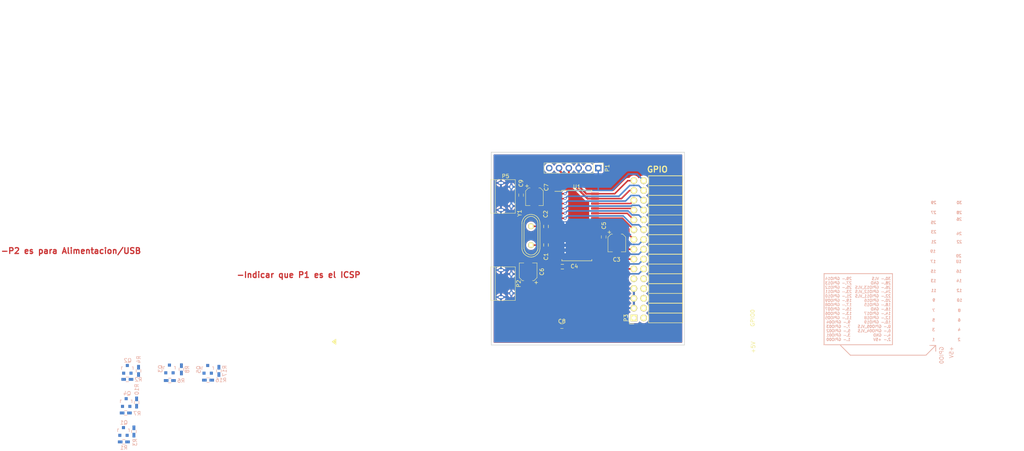
<source format=kicad_pcb>
(kicad_pcb (version 4) (host pcbnew 4.0.7)

  (general
    (links 99)
    (no_connects 46)
    (area 136.524999 69.374999 186.675001 119.475001)
    (thickness 1.6)
    (drawings 74)
    (tracks 145)
    (zones 0)
    (modules 30)
    (nets 38)
  )

  (page A4)
  (title_block
    (title "Access B PCB")
    (date 2017-08-29)
    (company "Omar Trevizo")
  )

  (layers
    (0 F.Cu signal)
    (31 B.Cu signal)
    (32 B.Adhes user)
    (33 F.Adhes user)
    (34 B.Paste user hide)
    (35 F.Paste user hide)
    (36 B.SilkS user)
    (37 F.SilkS user)
    (38 B.Mask user)
    (39 F.Mask user hide)
    (40 Dwgs.User user)
    (41 Cmts.User user)
    (42 Eco1.User user)
    (43 Eco2.User user)
    (44 Edge.Cuts user)
    (45 Margin user)
    (46 B.CrtYd user)
    (47 F.CrtYd user)
    (48 B.Fab user hide)
    (49 F.Fab user hide)
  )

  (setup
    (last_trace_width 0.4)
    (user_trace_width 0.1524)
    (user_trace_width 0.4)
    (user_trace_width 0.5)
    (user_trace_width 1)
    (trace_clearance 0.1524)
    (zone_clearance 0.508)
    (zone_45_only yes)
    (trace_min 0.1524)
    (segment_width 0.2)
    (edge_width 0.15)
    (via_size 0.6858)
    (via_drill 0.4)
    (via_min_size 0.4)
    (via_min_drill 0.3)
    (user_via 0.4 0.3)
    (user_via 0.6858 0.4)
    (uvia_size 0.3)
    (uvia_drill 0.1)
    (uvias_allowed no)
    (uvia_min_size 0)
    (uvia_min_drill 0)
    (pcb_text_width 0.3)
    (pcb_text_size 1.5 1.5)
    (mod_edge_width 0.15)
    (mod_text_size 1 1)
    (mod_text_width 0.15)
    (pad_size 1.524 1.524)
    (pad_drill 0.762)
    (pad_to_mask_clearance 0.2)
    (aux_axis_origin 0 0)
    (visible_elements 7FFEF7FF)
    (pcbplotparams
      (layerselection 0x030f0_80000001)
      (usegerberextensions false)
      (excludeedgelayer true)
      (linewidth 0.100000)
      (plotframeref false)
      (viasonmask false)
      (mode 1)
      (useauxorigin false)
      (hpglpennumber 1)
      (hpglpenspeed 20)
      (hpglpendiameter 15)
      (hpglpenoverlay 2)
      (psnegative false)
      (psa4output false)
      (plotreference true)
      (plotvalue true)
      (plotinvisibletext false)
      (padsonsilk false)
      (subtractmaskfromsilk false)
      (outputformat 1)
      (mirror false)
      (drillshape 0)
      (scaleselection 1)
      (outputdirectory "C:/Users/hell_/Documents/KiCAD/AccessB_CellP/AccessB gerber/"))
  )

  (net 0 "")
  (net 1 "Net-(C1-Pad1)")
  (net 2 GND)
  (net 3 "Net-(C2-Pad1)")
  (net 4 +5V)
  (net 5 "Net-(C4-Pad1)")
  (net 6 /GPIO0/RE3)
  (net 7 /GPIO19/RB7)
  (net 8 /GPIO18/RB6)
  (net 9 /D-/RC4)
  (net 10 /D+/RC5)
  (net 11 /GPIO1/RC0)
  (net 12 /GPIO2/RC1)
  (net 13 /GPIO3/RC2)
  (net 14 /GPIO6/RA0)
  (net 15 /GPIO7/RA1)
  (net 16 /GPIO8/RA2)
  (net 17 /GPIO9/RA3)
  (net 18 /GPIO10/RA4)
  (net 19 /GPIO17/RB5)
  (net 20 /GPIO15/RB3)
  (net 21 /GPIO14/RB2)
  (net 22 /GPIO16/RB4)
  (net 23 /VLS)
  (net 24 /GPIO4/RC6_VLS)
  (net 25 /GPIO5/RC7_VLS)
  (net 26 /GPIO4/RC6)
  (net 27 /GPIO5/RC7)
  (net 28 /GPIO11/RA5_VLS)
  (net 29 /GPIO11/RA5)
  (net 30 /GPIO12/RB0_VLS)
  (net 31 /GPIO12/RB0)
  (net 32 /GPIO13/RB1_VLS)
  (net 33 /GPIO13/RB1)
  (net 34 "Net-(P2-Pad4)")
  (net 35 "Net-(P5-Pad2)")
  (net 36 "Net-(P5-Pad3)")
  (net 37 "Net-(P5-Pad4)")

  (net_class Default "This is the default net class."
    (clearance 0.1524)
    (trace_width 0.1524)
    (via_dia 0.6858)
    (via_drill 0.4)
    (uvia_dia 0.3)
    (uvia_drill 0.1)
    (add_net +5V)
    (add_net /D+/RC5)
    (add_net /D-/RC4)
    (add_net /GPIO0/RE3)
    (add_net /GPIO1/RC0)
    (add_net /GPIO10/RA4)
    (add_net /GPIO11/RA5)
    (add_net /GPIO11/RA5_VLS)
    (add_net /GPIO12/RB0)
    (add_net /GPIO12/RB0_VLS)
    (add_net /GPIO13/RB1)
    (add_net /GPIO13/RB1_VLS)
    (add_net /GPIO14/RB2)
    (add_net /GPIO15/RB3)
    (add_net /GPIO16/RB4)
    (add_net /GPIO17/RB5)
    (add_net /GPIO18/RB6)
    (add_net /GPIO19/RB7)
    (add_net /GPIO2/RC1)
    (add_net /GPIO3/RC2)
    (add_net /GPIO4/RC6)
    (add_net /GPIO4/RC6_VLS)
    (add_net /GPIO5/RC7)
    (add_net /GPIO5/RC7_VLS)
    (add_net /GPIO6/RA0)
    (add_net /GPIO7/RA1)
    (add_net /GPIO8/RA2)
    (add_net /GPIO9/RA3)
    (add_net /VLS)
    (add_net GND)
    (add_net "Net-(C1-Pad1)")
    (add_net "Net-(C2-Pad1)")
    (add_net "Net-(C4-Pad1)")
    (add_net "Net-(P2-Pad4)")
    (add_net "Net-(P5-Pad2)")
    (add_net "Net-(P5-Pad3)")
    (add_net "Net-(P5-Pad4)")
  )

  (module Socket_Strips:Socket_Strip_Angled_2x15 (layer F.Cu) (tedit 56646A53) (tstamp 564C020A)
    (at 173.51 112.38 90)
    (descr "Through hole socket strip")
    (tags "socket strip")
    (path /56376D9B)
    (fp_text reference P3 (at 0 -2.05 90) (layer F.SilkS)
      (effects (font (size 1 1) (thickness 0.15)))
    )
    (fp_text value GPIO (at -4.2 20.4 90) (layer F.Fab)
      (effects (font (size 1 1) (thickness 0.15)))
    )
    (fp_line (start -1.75 -1.35) (end -1.75 13.15) (layer F.CrtYd) (width 0.05))
    (fp_line (start 37.35 -1.35) (end 37.35 13.15) (layer F.CrtYd) (width 0.05))
    (fp_line (start -1.75 -1.35) (end 37.35 -1.35) (layer F.CrtYd) (width 0.05))
    (fp_line (start -1.75 13.15) (end 37.35 13.15) (layer F.CrtYd) (width 0.05))
    (fp_line (start 16.51 12.64) (end 16.51 3.81) (layer F.SilkS) (width 0.15))
    (fp_line (start 13.97 12.64) (end 16.51 12.64) (layer F.SilkS) (width 0.15))
    (fp_line (start 13.97 3.81) (end 16.51 3.81) (layer F.SilkS) (width 0.15))
    (fp_line (start 16.51 3.81) (end 16.51 12.64) (layer F.SilkS) (width 0.15))
    (fp_line (start 19.05 3.81) (end 19.05 12.64) (layer F.SilkS) (width 0.15))
    (fp_line (start 16.51 3.81) (end 19.05 3.81) (layer F.SilkS) (width 0.15))
    (fp_line (start 16.51 12.64) (end 19.05 12.64) (layer F.SilkS) (width 0.15))
    (fp_line (start 19.05 12.64) (end 19.05 3.81) (layer F.SilkS) (width 0.15))
    (fp_line (start 21.59 12.64) (end 21.59 3.81) (layer F.SilkS) (width 0.15))
    (fp_line (start 19.05 12.64) (end 21.59 12.64) (layer F.SilkS) (width 0.15))
    (fp_line (start 19.05 3.81) (end 21.59 3.81) (layer F.SilkS) (width 0.15))
    (fp_line (start 21.59 3.81) (end 21.59 12.64) (layer F.SilkS) (width 0.15))
    (fp_line (start 24.13 3.81) (end 24.13 12.64) (layer F.SilkS) (width 0.15))
    (fp_line (start 21.59 3.81) (end 24.13 3.81) (layer F.SilkS) (width 0.15))
    (fp_line (start 21.59 12.64) (end 24.13 12.64) (layer F.SilkS) (width 0.15))
    (fp_line (start 24.13 12.64) (end 24.13 3.81) (layer F.SilkS) (width 0.15))
    (fp_line (start 26.67 3.81) (end 26.67 12.64) (layer F.SilkS) (width 0.15))
    (fp_line (start 24.13 3.81) (end 26.67 3.81) (layer F.SilkS) (width 0.15))
    (fp_line (start 24.13 12.64) (end 26.67 12.64) (layer F.SilkS) (width 0.15))
    (fp_line (start 26.67 12.64) (end 26.67 3.81) (layer F.SilkS) (width 0.15))
    (fp_line (start 29.21 12.64) (end 29.21 3.81) (layer F.SilkS) (width 0.15))
    (fp_line (start 26.67 12.64) (end 29.21 12.64) (layer F.SilkS) (width 0.15))
    (fp_line (start 26.67 3.81) (end 29.21 3.81) (layer F.SilkS) (width 0.15))
    (fp_line (start 29.21 3.81) (end 29.21 12.64) (layer F.SilkS) (width 0.15))
    (fp_line (start 31.75 3.81) (end 31.75 12.64) (layer F.SilkS) (width 0.15))
    (fp_line (start 29.21 3.81) (end 31.75 3.81) (layer F.SilkS) (width 0.15))
    (fp_line (start 29.21 12.64) (end 31.75 12.64) (layer F.SilkS) (width 0.15))
    (fp_line (start 31.75 12.64) (end 31.75 3.81) (layer F.SilkS) (width 0.15))
    (fp_line (start 34.29 12.64) (end 34.29 3.81) (layer F.SilkS) (width 0.15))
    (fp_line (start 31.75 12.64) (end 34.29 12.64) (layer F.SilkS) (width 0.15))
    (fp_line (start 31.75 3.81) (end 34.29 3.81) (layer F.SilkS) (width 0.15))
    (fp_line (start 34.29 3.81) (end 34.29 12.64) (layer F.SilkS) (width 0.15))
    (fp_line (start 36.83 3.81) (end 36.83 12.64) (layer F.SilkS) (width 0.15))
    (fp_line (start 34.29 3.81) (end 36.83 3.81) (layer F.SilkS) (width 0.15))
    (fp_line (start 34.29 12.64) (end 36.83 12.64) (layer F.SilkS) (width 0.15))
    (fp_line (start 36.83 12.64) (end 36.83 3.81) (layer F.SilkS) (width 0.15))
    (fp_line (start 13.97 12.64) (end 13.97 3.81) (layer F.SilkS) (width 0.15))
    (fp_line (start 11.43 12.64) (end 13.97 12.64) (layer F.SilkS) (width 0.15))
    (fp_line (start 11.43 3.81) (end 13.97 3.81) (layer F.SilkS) (width 0.15))
    (fp_line (start 13.97 3.81) (end 13.97 12.64) (layer F.SilkS) (width 0.15))
    (fp_line (start 11.43 3.81) (end 11.43 12.64) (layer F.SilkS) (width 0.15))
    (fp_line (start 8.89 3.81) (end 11.43 3.81) (layer F.SilkS) (width 0.15))
    (fp_line (start 8.89 12.64) (end 11.43 12.64) (layer F.SilkS) (width 0.15))
    (fp_line (start 11.43 12.64) (end 11.43 3.81) (layer F.SilkS) (width 0.15))
    (fp_line (start 8.89 12.64) (end 8.89 3.81) (layer F.SilkS) (width 0.15))
    (fp_line (start 6.35 12.64) (end 8.89 12.64) (layer F.SilkS) (width 0.15))
    (fp_line (start 6.35 3.81) (end 8.89 3.81) (layer F.SilkS) (width 0.15))
    (fp_line (start 8.89 3.81) (end 8.89 12.64) (layer F.SilkS) (width 0.15))
    (fp_line (start 6.35 3.81) (end 6.35 12.64) (layer F.SilkS) (width 0.15))
    (fp_line (start 3.81 3.81) (end 6.35 3.81) (layer F.SilkS) (width 0.15))
    (fp_line (start 3.81 12.64) (end 6.35 12.64) (layer F.SilkS) (width 0.15))
    (fp_line (start 6.35 12.64) (end 6.35 3.81) (layer F.SilkS) (width 0.15))
    (fp_line (start 3.81 12.64) (end 3.81 3.81) (layer F.SilkS) (width 0.15))
    (fp_line (start 1.27 12.64) (end 3.81 12.64) (layer F.SilkS) (width 0.15))
    (fp_line (start 1.27 3.81) (end 3.81 3.81) (layer F.SilkS) (width 0.15))
    (fp_line (start 3.81 3.81) (end 3.81 12.64) (layer F.SilkS) (width 0.15))
    (fp_line (start 1.27 3.81) (end 1.27 12.64) (layer F.SilkS) (width 0.15))
    (fp_line (start -1.27 3.81) (end 1.27 3.81) (layer F.SilkS) (width 0.15))
    (fp_line (start 0 -1.15) (end -1.55 -1.15) (layer F.SilkS) (width 0.15))
    (fp_line (start -1.55 -1.15) (end -1.55 0) (layer F.SilkS) (width 0.15))
    (fp_line (start -1.27 3.81) (end -1.27 12.64) (layer F.SilkS) (width 0.15))
    (fp_line (start -1.27 12.64) (end 1.27 12.64) (layer F.SilkS) (width 0.15))
    (fp_line (start 1.27 12.64) (end 1.27 3.81) (layer F.SilkS) (width 0.15))
    (pad 1 thru_hole rect (at 0 0 90) (size 1.7272 1.7272) (drill 1.016) (layers *.Cu *.Mask F.SilkS)
      (net 23 /VLS))
    (pad 2 thru_hole oval (at 0 2.54 90) (size 1.7272 1.7272) (drill 1.016) (layers *.Cu *.Mask F.SilkS)
      (net 25 /GPIO5/RC7_VLS))
    (pad 3 thru_hole oval (at 2.54 0 90) (size 1.7272 1.7272) (drill 1.016) (layers *.Cu *.Mask F.SilkS)
      (net 2 GND))
    (pad 4 thru_hole oval (at 2.54 2.54 90) (size 1.7272 1.7272) (drill 1.016) (layers *.Cu *.Mask F.SilkS)
      (net 24 /GPIO4/RC6_VLS))
    (pad 5 thru_hole oval (at 5.08 0 90) (size 1.7272 1.7272) (drill 1.016) (layers *.Cu *.Mask F.SilkS)
      (net 2 GND))
    (pad 6 thru_hole oval (at 5.08 2.54 90) (size 1.7272 1.7272) (drill 1.016) (layers *.Cu *.Mask F.SilkS)
      (net 32 /GPIO13/RB1_VLS))
    (pad 7 thru_hole oval (at 7.62 0 90) (size 1.7272 1.7272) (drill 1.016) (layers *.Cu *.Mask F.SilkS)
      (net 2 GND))
    (pad 8 thru_hole oval (at 7.62 2.54 90) (size 1.7272 1.7272) (drill 1.016) (layers *.Cu *.Mask F.SilkS)
      (net 30 /GPIO12/RB0_VLS))
    (pad 9 thru_hole oval (at 10.16 0 90) (size 1.7272 1.7272) (drill 1.016) (layers *.Cu *.Mask F.SilkS)
      (net 4 +5V))
    (pad 10 thru_hole oval (at 10.16 2.54 90) (size 1.7272 1.7272) (drill 1.016) (layers *.Cu *.Mask F.SilkS)
      (net 28 /GPIO11/RA5_VLS))
    (pad 11 thru_hole oval (at 12.7 0 90) (size 1.7272 1.7272) (drill 1.016) (layers *.Cu *.Mask F.SilkS)
      (net 26 /GPIO4/RC6))
    (pad 12 thru_hole oval (at 12.7 2.54 90) (size 1.7272 1.7272) (drill 1.016) (layers *.Cu *.Mask F.SilkS)
      (net 13 /GPIO3/RC2))
    (pad 13 thru_hole oval (at 15.24 0 90) (size 1.7272 1.7272) (drill 1.016) (layers *.Cu *.Mask F.SilkS)
      (net 27 /GPIO5/RC7))
    (pad 14 thru_hole oval (at 15.24 2.54 90) (size 1.7272 1.7272) (drill 1.016) (layers *.Cu *.Mask F.SilkS)
      (net 12 /GPIO2/RC1))
    (pad 15 thru_hole oval (at 17.78 0 90) (size 1.7272 1.7272) (drill 1.016) (layers *.Cu *.Mask F.SilkS)
      (net 31 /GPIO12/RB0))
    (pad 16 thru_hole oval (at 17.78 2.54 90) (size 1.7272 1.7272) (drill 1.016) (layers *.Cu *.Mask F.SilkS)
      (net 11 /GPIO1/RC0))
    (pad 17 thru_hole oval (at 20.32 0 90) (size 1.7272 1.7272) (drill 1.016) (layers *.Cu *.Mask F.SilkS)
      (net 33 /GPIO13/RB1))
    (pad 18 thru_hole oval (at 20.32 2.54 90) (size 1.7272 1.7272) (drill 1.016) (layers *.Cu *.Mask F.SilkS)
      (net 29 /GPIO11/RA5))
    (pad 19 thru_hole oval (at 22.86 0 90) (size 1.7272 1.7272) (drill 1.016) (layers *.Cu *.Mask F.SilkS)
      (net 21 /GPIO14/RB2))
    (pad 20 thru_hole oval (at 22.86 2.54 90) (size 1.7272 1.7272) (drill 1.016) (layers *.Cu *.Mask F.SilkS)
      (net 18 /GPIO10/RA4))
    (pad 21 thru_hole oval (at 25.4 0 90) (size 1.7272 1.7272) (drill 1.016) (layers *.Cu *.Mask F.SilkS)
      (net 20 /GPIO15/RB3))
    (pad 22 thru_hole oval (at 25.4 2.54 90) (size 1.7272 1.7272) (drill 1.016) (layers *.Cu *.Mask F.SilkS)
      (net 17 /GPIO9/RA3))
    (pad 23 thru_hole oval (at 27.94 0 90) (size 1.7272 1.7272) (drill 1.016) (layers *.Cu *.Mask F.SilkS)
      (net 22 /GPIO16/RB4))
    (pad 24 thru_hole oval (at 27.94 2.54 90) (size 1.7272 1.7272) (drill 1.016) (layers *.Cu *.Mask F.SilkS)
      (net 16 /GPIO8/RA2))
    (pad 25 thru_hole oval (at 30.48 0 90) (size 1.7272 1.7272) (drill 1.016) (layers *.Cu *.Mask F.SilkS)
      (net 19 /GPIO17/RB5))
    (pad 26 thru_hole oval (at 30.48 2.54 90) (size 1.7272 1.7272) (drill 1.016) (layers *.Cu *.Mask F.SilkS)
      (net 15 /GPIO7/RA1))
    (pad 27 thru_hole oval (at 33.02 0 90) (size 1.7272 1.7272) (drill 1.016) (layers *.Cu *.Mask F.SilkS)
      (net 8 /GPIO18/RB6))
    (pad 28 thru_hole oval (at 33.02 2.54 90) (size 1.7272 1.7272) (drill 1.016) (layers *.Cu *.Mask F.SilkS)
      (net 14 /GPIO6/RA0))
    (pad 29 thru_hole oval (at 35.56 0 90) (size 1.7272 1.7272) (drill 1.016) (layers *.Cu *.Mask F.SilkS)
      (net 7 /GPIO19/RB7))
    (pad 30 thru_hole oval (at 35.56 2.54 90) (size 1.7272 1.7272) (drill 1.016) (layers *.Cu *.Mask F.SilkS)
      (net 6 /GPIO0/RE3))
    (model Socket_Strips.3dshapes/Socket_Strip_Angled_2x15.wrl
      (at (xyz 0.7 -0.05 0))
      (scale (xyz 1 1 1))
      (rotate (xyz 0 0 180))
    )
  )

  (module Capacitors_SMD:CP_Elec_4x5.8 (layer F.Cu) (tedit 5BD3B976) (tstamp 59A5DF94)
    (at 169.1 92.95 270)
    (descr "SMT capacitor, aluminium electrolytic, 4x5.8")
    (path /5629C0F8)
    (attr smd)
    (fp_text reference C3 (at 4.3 0.05 360) (layer F.SilkS)
      (effects (font (size 1 1) (thickness 0.15)))
    )
    (fp_text value 10uF (at 0 -3.54 270) (layer F.Fab)
      (effects (font (size 1 1) (thickness 0.15)))
    )
    (fp_circle (center 0 0) (end 0 2) (layer F.Fab) (width 0.1))
    (fp_text user + (at -1.12 -0.06 270) (layer F.Fab)
      (effects (font (size 1 1) (thickness 0.15)))
    )
    (fp_text user + (at -2.78 2.01 270) (layer F.SilkS)
      (effects (font (size 1 1) (thickness 0.15)))
    )
    (fp_text user %R (at 0 3.54 270) (layer F.Fab)
      (effects (font (size 1 1) (thickness 0.15)))
    )
    (fp_line (start 2.13 2.13) (end 2.13 -2.13) (layer F.Fab) (width 0.1))
    (fp_line (start -1.46 2.13) (end 2.13 2.13) (layer F.Fab) (width 0.1))
    (fp_line (start -2.13 1.46) (end -1.46 2.13) (layer F.Fab) (width 0.1))
    (fp_line (start -2.13 -1.46) (end -2.13 1.46) (layer F.Fab) (width 0.1))
    (fp_line (start -1.46 -2.13) (end -2.13 -1.46) (layer F.Fab) (width 0.1))
    (fp_line (start 2.13 -2.13) (end -1.46 -2.13) (layer F.Fab) (width 0.1))
    (fp_line (start -2.29 1.52) (end -2.29 1.12) (layer F.SilkS) (width 0.12))
    (fp_line (start 2.29 2.29) (end 2.29 1.12) (layer F.SilkS) (width 0.12))
    (fp_line (start 2.29 -2.29) (end 2.29 -1.12) (layer F.SilkS) (width 0.12))
    (fp_line (start -2.29 -1.52) (end -2.29 -1.12) (layer F.SilkS) (width 0.12))
    (fp_line (start -1.52 2.29) (end 2.29 2.29) (layer F.SilkS) (width 0.12))
    (fp_line (start -1.52 2.29) (end -2.29 1.52) (layer F.SilkS) (width 0.12))
    (fp_line (start -1.52 -2.29) (end 2.29 -2.29) (layer F.SilkS) (width 0.12))
    (fp_line (start -1.52 -2.29) (end -2.29 -1.52) (layer F.SilkS) (width 0.12))
    (fp_line (start -3.35 -2.39) (end 3.35 -2.39) (layer F.CrtYd) (width 0.05))
    (fp_line (start -3.35 -2.39) (end -3.35 2.38) (layer F.CrtYd) (width 0.05))
    (fp_line (start 3.35 2.38) (end 3.35 -2.39) (layer F.CrtYd) (width 0.05))
    (fp_line (start 3.35 2.38) (end -3.35 2.38) (layer F.CrtYd) (width 0.05))
    (pad 1 smd rect (at -1.8 0 90) (size 2.6 1.6) (layers F.Cu F.Paste F.Mask)
      (net 4 +5V))
    (pad 2 smd rect (at 1.8 0 90) (size 2.6 1.6) (layers F.Cu F.Paste F.Mask)
      (net 2 GND))
    (model Capacitors_SMD.3dshapes/CP_Elec_4x5.8.wrl
      (at (xyz 0 0 0))
      (scale (xyz 1 1 1))
      (rotate (xyz 0 0 180))
    )
  )

  (module Capacitors_SMD:C_0603_HandSoldering (layer F.Cu) (tedit 564D6023) (tstamp 564C01A6)
    (at 150.775 93.475 270)
    (descr "Capacitor SMD 0603, hand soldering")
    (tags "capacitor 0603")
    (path /5629BFE7)
    (attr smd)
    (fp_text reference C1 (at 3 0 270) (layer F.SilkS)
      (effects (font (size 1 1) (thickness 0.15)))
    )
    (fp_text value 20pF (at 48.61 7.2 270) (layer F.Fab)
      (effects (font (size 1 1) (thickness 0.15)))
    )
    (fp_line (start -1.85 -0.75) (end 1.85 -0.75) (layer F.CrtYd) (width 0.05))
    (fp_line (start -1.85 0.75) (end 1.85 0.75) (layer F.CrtYd) (width 0.05))
    (fp_line (start -1.85 -0.75) (end -1.85 0.75) (layer F.CrtYd) (width 0.05))
    (fp_line (start 1.85 -0.75) (end 1.85 0.75) (layer F.CrtYd) (width 0.05))
    (fp_line (start -0.35 -0.6) (end 0.35 -0.6) (layer F.SilkS) (width 0.15))
    (fp_line (start 0.35 0.6) (end -0.35 0.6) (layer F.SilkS) (width 0.15))
    (pad 1 smd rect (at -0.95 0 270) (size 1.2 0.75) (layers F.Cu F.Paste F.Mask)
      (net 1 "Net-(C1-Pad1)"))
    (pad 2 smd rect (at 0.95 0 270) (size 1.2 0.75) (layers F.Cu F.Paste F.Mask)
      (net 2 GND))
    (model Capacitors_SMD.3dshapes/C_0603_HandSoldering.wrl
      (at (xyz 0 0 0))
      (scale (xyz 1 1 1))
      (rotate (xyz 0 0 0))
    )
  )

  (module Capacitors_SMD:C_0603_HandSoldering (layer F.Cu) (tedit 564D6024) (tstamp 564C01AC)
    (at 150.775 88.675 90)
    (descr "Capacitor SMD 0603, hand soldering")
    (tags "capacitor 0603")
    (path /5629C07C)
    (attr smd)
    (fp_text reference C2 (at 3.2 -0.1 90) (layer F.SilkS)
      (effects (font (size 1 1) (thickness 0.15)))
    )
    (fp_text value 20pF (at -50.48 -16.54 90) (layer F.Fab)
      (effects (font (size 1 1) (thickness 0.15)))
    )
    (fp_line (start -1.85 -0.75) (end 1.85 -0.75) (layer F.CrtYd) (width 0.05))
    (fp_line (start -1.85 0.75) (end 1.85 0.75) (layer F.CrtYd) (width 0.05))
    (fp_line (start -1.85 -0.75) (end -1.85 0.75) (layer F.CrtYd) (width 0.05))
    (fp_line (start 1.85 -0.75) (end 1.85 0.75) (layer F.CrtYd) (width 0.05))
    (fp_line (start -0.35 -0.6) (end 0.35 -0.6) (layer F.SilkS) (width 0.15))
    (fp_line (start 0.35 0.6) (end -0.35 0.6) (layer F.SilkS) (width 0.15))
    (pad 1 smd rect (at -0.95 0 90) (size 1.2 0.75) (layers F.Cu F.Paste F.Mask)
      (net 3 "Net-(C2-Pad1)"))
    (pad 2 smd rect (at 0.95 0 90) (size 1.2 0.75) (layers F.Cu F.Paste F.Mask)
      (net 2 GND))
    (model Capacitors_SMD.3dshapes/C_0603_HandSoldering.wrl
      (at (xyz 0 0 0))
      (scale (xyz 1 1 1))
      (rotate (xyz 0 0 0))
    )
  )

  (module Capacitors_SMD:C_0603_HandSoldering (layer F.Cu) (tedit 564D82AB) (tstamp 564C01B8)
    (at 155 99.1)
    (descr "Capacitor SMD 0603, hand soldering")
    (tags "capacitor 0603")
    (path /5629C0B9)
    (attr smd)
    (fp_text reference C4 (at 3.1 -0.1) (layer F.SilkS)
      (effects (font (size 1 1) (thickness 0.15)))
    )
    (fp_text value 470pF (at 18.62 43.72) (layer F.Fab)
      (effects (font (size 1 1) (thickness 0.15)))
    )
    (fp_line (start -1.85 -0.75) (end 1.85 -0.75) (layer F.CrtYd) (width 0.05))
    (fp_line (start -1.85 0.75) (end 1.85 0.75) (layer F.CrtYd) (width 0.05))
    (fp_line (start -1.85 -0.75) (end -1.85 0.75) (layer F.CrtYd) (width 0.05))
    (fp_line (start 1.85 -0.75) (end 1.85 0.75) (layer F.CrtYd) (width 0.05))
    (fp_line (start -0.35 -0.6) (end 0.35 -0.6) (layer F.SilkS) (width 0.15))
    (fp_line (start 0.35 0.6) (end -0.35 0.6) (layer F.SilkS) (width 0.15))
    (pad 1 smd rect (at -0.95 0) (size 1.2 0.75) (layers F.Cu F.Paste F.Mask)
      (net 5 "Net-(C4-Pad1)"))
    (pad 2 smd rect (at 0.95 0) (size 1.2 0.75) (layers F.Cu F.Paste F.Mask)
      (net 2 GND))
    (model Capacitors_SMD.3dshapes/C_0603_HandSoldering.wrl
      (at (xyz 0 0 0))
      (scale (xyz 1 1 1))
      (rotate (xyz 0 0 0))
    )
  )

  (module TO_SOT_Packages_SMD:SOT-23 (layer B.Cu) (tedit 565B53F2) (tstamp 564C021F)
    (at 41.4 141.8 180)
    (descr "SOT-23, Standard")
    (tags SOT-23)
    (path /56315A7C/56315FAE)
    (attr smd)
    (fp_text reference Q1 (at -0.1 2.3 360) (layer B.SilkS)
      (effects (font (size 1 1) (thickness 0.15)) (justify mirror))
    )
    (fp_text value BSS138 (at -3.15 -25.55 180) (layer B.Fab)
      (effects (font (size 1 1) (thickness 0.15)) (justify mirror))
    )
    (fp_line (start -1.65 1.6) (end 1.65 1.6) (layer B.CrtYd) (width 0.05))
    (fp_line (start 1.65 1.6) (end 1.65 -1.6) (layer B.CrtYd) (width 0.05))
    (fp_line (start 1.65 -1.6) (end -1.65 -1.6) (layer B.CrtYd) (width 0.05))
    (fp_line (start -1.65 -1.6) (end -1.65 1.6) (layer B.CrtYd) (width 0.05))
    (fp_line (start 1.29916 0.65024) (end 1.2509 0.65024) (layer B.SilkS) (width 0.15))
    (fp_line (start -1.49982 -0.0508) (end -1.49982 0.65024) (layer B.SilkS) (width 0.15))
    (fp_line (start -1.49982 0.65024) (end -1.2509 0.65024) (layer B.SilkS) (width 0.15))
    (fp_line (start 1.29916 0.65024) (end 1.49982 0.65024) (layer B.SilkS) (width 0.15))
    (fp_line (start 1.49982 0.65024) (end 1.49982 -0.0508) (layer B.SilkS) (width 0.15))
    (pad 1 smd rect (at -0.95 -1.00076 180) (size 0.8001 0.8001) (layers B.Cu B.Paste B.Mask)
      (net 23 /VLS))
    (pad 2 smd rect (at 0.95 -1.00076 180) (size 0.8001 0.8001) (layers B.Cu B.Paste B.Mask)
      (net 24 /GPIO4/RC6_VLS))
    (pad 3 smd rect (at 0 0.99822 180) (size 0.8001 0.8001) (layers B.Cu B.Paste B.Mask)
      (net 26 /GPIO4/RC6))
    (model TO_SOT_Packages_SMD.3dshapes/SOT-23.wrl
      (at (xyz 0 0 0))
      (scale (xyz 1 1 1))
      (rotate (xyz 0 0 0))
    )
  )

  (module TO_SOT_Packages_SMD:SOT-23 (layer B.Cu) (tedit 565B53AB) (tstamp 564C0226)
    (at 42.4 125.7 180)
    (descr "SOT-23, Standard")
    (tags SOT-23)
    (path /56315A7C/5639A482)
    (attr smd)
    (fp_text reference Q2 (at -0.1 2.3 360) (layer B.SilkS)
      (effects (font (size 1 1) (thickness 0.15)) (justify mirror))
    )
    (fp_text value BSS138 (at -0.39 32.15 180) (layer B.Fab)
      (effects (font (size 1 1) (thickness 0.15)) (justify mirror))
    )
    (fp_line (start -1.65 1.6) (end 1.65 1.6) (layer B.CrtYd) (width 0.05))
    (fp_line (start 1.65 1.6) (end 1.65 -1.6) (layer B.CrtYd) (width 0.05))
    (fp_line (start 1.65 -1.6) (end -1.65 -1.6) (layer B.CrtYd) (width 0.05))
    (fp_line (start -1.65 -1.6) (end -1.65 1.6) (layer B.CrtYd) (width 0.05))
    (fp_line (start 1.29916 0.65024) (end 1.2509 0.65024) (layer B.SilkS) (width 0.15))
    (fp_line (start -1.49982 -0.0508) (end -1.49982 0.65024) (layer B.SilkS) (width 0.15))
    (fp_line (start -1.49982 0.65024) (end -1.2509 0.65024) (layer B.SilkS) (width 0.15))
    (fp_line (start 1.29916 0.65024) (end 1.49982 0.65024) (layer B.SilkS) (width 0.15))
    (fp_line (start 1.49982 0.65024) (end 1.49982 -0.0508) (layer B.SilkS) (width 0.15))
    (pad 1 smd rect (at -0.95 -1.00076 180) (size 0.8001 0.8001) (layers B.Cu B.Paste B.Mask)
      (net 23 /VLS))
    (pad 2 smd rect (at 0.95 -1.00076 180) (size 0.8001 0.8001) (layers B.Cu B.Paste B.Mask)
      (net 32 /GPIO13/RB1_VLS))
    (pad 3 smd rect (at 0 0.99822 180) (size 0.8001 0.8001) (layers B.Cu B.Paste B.Mask)
      (net 33 /GPIO13/RB1))
    (model TO_SOT_Packages_SMD.3dshapes/SOT-23.wrl
      (at (xyz 0 0 0))
      (scale (xyz 1 1 1))
      (rotate (xyz 0 0 0))
    )
  )

  (module TO_SOT_Packages_SMD:SOT-23 (layer B.Cu) (tedit 565B53BD) (tstamp 564C022D)
    (at 53.3 125.6 180)
    (descr "SOT-23, Standard")
    (tags SOT-23)
    (path /56315A7C/5639A137)
    (attr smd)
    (fp_text reference Q3 (at 2.35 0.05 270) (layer B.SilkS)
      (effects (font (size 1 1) (thickness 0.15)) (justify mirror))
    )
    (fp_text value BSS138 (at -13.15 -16.25 180) (layer B.Fab)
      (effects (font (size 1 1) (thickness 0.15)) (justify mirror))
    )
    (fp_line (start -1.65 1.6) (end 1.65 1.6) (layer B.CrtYd) (width 0.05))
    (fp_line (start 1.65 1.6) (end 1.65 -1.6) (layer B.CrtYd) (width 0.05))
    (fp_line (start 1.65 -1.6) (end -1.65 -1.6) (layer B.CrtYd) (width 0.05))
    (fp_line (start -1.65 -1.6) (end -1.65 1.6) (layer B.CrtYd) (width 0.05))
    (fp_line (start 1.29916 0.65024) (end 1.2509 0.65024) (layer B.SilkS) (width 0.15))
    (fp_line (start -1.49982 -0.0508) (end -1.49982 0.65024) (layer B.SilkS) (width 0.15))
    (fp_line (start -1.49982 0.65024) (end -1.2509 0.65024) (layer B.SilkS) (width 0.15))
    (fp_line (start 1.29916 0.65024) (end 1.49982 0.65024) (layer B.SilkS) (width 0.15))
    (fp_line (start 1.49982 0.65024) (end 1.49982 -0.0508) (layer B.SilkS) (width 0.15))
    (pad 1 smd rect (at -0.95 -1.00076 180) (size 0.8001 0.8001) (layers B.Cu B.Paste B.Mask)
      (net 23 /VLS))
    (pad 2 smd rect (at 0.95 -1.00076 180) (size 0.8001 0.8001) (layers B.Cu B.Paste B.Mask)
      (net 30 /GPIO12/RB0_VLS))
    (pad 3 smd rect (at 0 0.99822 180) (size 0.8001 0.8001) (layers B.Cu B.Paste B.Mask)
      (net 31 /GPIO12/RB0))
    (model TO_SOT_Packages_SMD.3dshapes/SOT-23.wrl
      (at (xyz 0 0 0))
      (scale (xyz 1 1 1))
      (rotate (xyz 0 0 0))
    )
  )

  (module TO_SOT_Packages_SMD:SOT-23 (layer B.Cu) (tedit 565B53E1) (tstamp 564C0234)
    (at 42.1 134.3 180)
    (descr "SOT-23, Standard")
    (tags SOT-23)
    (path /56315A7C/5639A252)
    (attr smd)
    (fp_text reference Q4 (at -0.25 2.35 360) (layer B.SilkS)
      (effects (font (size 1 1) (thickness 0.15)) (justify mirror))
    )
    (fp_text value BSS138 (at -13.45 -13.25 180) (layer B.Fab)
      (effects (font (size 1 1) (thickness 0.15)) (justify mirror))
    )
    (fp_line (start -1.65 1.6) (end 1.65 1.6) (layer B.CrtYd) (width 0.05))
    (fp_line (start 1.65 1.6) (end 1.65 -1.6) (layer B.CrtYd) (width 0.05))
    (fp_line (start 1.65 -1.6) (end -1.65 -1.6) (layer B.CrtYd) (width 0.05))
    (fp_line (start -1.65 -1.6) (end -1.65 1.6) (layer B.CrtYd) (width 0.05))
    (fp_line (start 1.29916 0.65024) (end 1.2509 0.65024) (layer B.SilkS) (width 0.15))
    (fp_line (start -1.49982 -0.0508) (end -1.49982 0.65024) (layer B.SilkS) (width 0.15))
    (fp_line (start -1.49982 0.65024) (end -1.2509 0.65024) (layer B.SilkS) (width 0.15))
    (fp_line (start 1.29916 0.65024) (end 1.49982 0.65024) (layer B.SilkS) (width 0.15))
    (fp_line (start 1.49982 0.65024) (end 1.49982 -0.0508) (layer B.SilkS) (width 0.15))
    (pad 1 smd rect (at -0.95 -1.00076 180) (size 0.8001 0.8001) (layers B.Cu B.Paste B.Mask)
      (net 23 /VLS))
    (pad 2 smd rect (at 0.95 -1.00076 180) (size 0.8001 0.8001) (layers B.Cu B.Paste B.Mask)
      (net 25 /GPIO5/RC7_VLS))
    (pad 3 smd rect (at 0 0.99822 180) (size 0.8001 0.8001) (layers B.Cu B.Paste B.Mask)
      (net 27 /GPIO5/RC7))
    (model TO_SOT_Packages_SMD.3dshapes/SOT-23.wrl
      (at (xyz 0 0 0))
      (scale (xyz 1 1 1))
      (rotate (xyz 0 0 0))
    )
  )

  (module TO_SOT_Packages_SMD:SOT-23 (layer B.Cu) (tedit 565B53CF) (tstamp 564C023B)
    (at 63.2 125.7 180)
    (descr "SOT-23, Standard")
    (tags SOT-23)
    (path /56315A7C/5639ADF6)
    (attr smd)
    (fp_text reference Q5 (at 2.35 -0.05 270) (layer B.SilkS)
      (effects (font (size 1 1) (thickness 0.15)) (justify mirror))
    )
    (fp_text value BSS138 (at -9.75 -28.05 180) (layer B.Fab)
      (effects (font (size 1 1) (thickness 0.15)) (justify mirror))
    )
    (fp_line (start -1.65 1.6) (end 1.65 1.6) (layer B.CrtYd) (width 0.05))
    (fp_line (start 1.65 1.6) (end 1.65 -1.6) (layer B.CrtYd) (width 0.05))
    (fp_line (start 1.65 -1.6) (end -1.65 -1.6) (layer B.CrtYd) (width 0.05))
    (fp_line (start -1.65 -1.6) (end -1.65 1.6) (layer B.CrtYd) (width 0.05))
    (fp_line (start 1.29916 0.65024) (end 1.2509 0.65024) (layer B.SilkS) (width 0.15))
    (fp_line (start -1.49982 -0.0508) (end -1.49982 0.65024) (layer B.SilkS) (width 0.15))
    (fp_line (start -1.49982 0.65024) (end -1.2509 0.65024) (layer B.SilkS) (width 0.15))
    (fp_line (start 1.29916 0.65024) (end 1.49982 0.65024) (layer B.SilkS) (width 0.15))
    (fp_line (start 1.49982 0.65024) (end 1.49982 -0.0508) (layer B.SilkS) (width 0.15))
    (pad 1 smd rect (at -0.95 -1.00076 180) (size 0.8001 0.8001) (layers B.Cu B.Paste B.Mask)
      (net 23 /VLS))
    (pad 2 smd rect (at 0.95 -1.00076 180) (size 0.8001 0.8001) (layers B.Cu B.Paste B.Mask)
      (net 28 /GPIO11/RA5_VLS))
    (pad 3 smd rect (at 0 0.99822 180) (size 0.8001 0.8001) (layers B.Cu B.Paste B.Mask)
      (net 29 /GPIO11/RA5))
    (model TO_SOT_Packages_SMD.3dshapes/SOT-23.wrl
      (at (xyz 0 0 0))
      (scale (xyz 1 1 1))
      (rotate (xyz 0 0 0))
    )
  )

  (module Capacitors_SMD:C_0603_HandSoldering (layer B.Cu) (tedit 565B5164) (tstamp 564C0241)
    (at 41.5 144.5 180)
    (descr "Capacitor SMD 0603, hand soldering")
    (tags "capacitor 0603")
    (path /56315A7C/56315FBC)
    (attr smd)
    (fp_text reference R1 (at 0 -1.5 180) (layer B.SilkS)
      (effects (font (size 1 1) (thickness 0.15)) (justify mirror))
    )
    (fp_text value 10k (at -13.7 14.5 180) (layer B.Fab)
      (effects (font (size 1 1) (thickness 0.15)) (justify mirror))
    )
    (fp_line (start -1.85 0.75) (end 1.85 0.75) (layer B.CrtYd) (width 0.05))
    (fp_line (start -1.85 -0.75) (end 1.85 -0.75) (layer B.CrtYd) (width 0.05))
    (fp_line (start -1.85 0.75) (end -1.85 -0.75) (layer B.CrtYd) (width 0.05))
    (fp_line (start 1.85 0.75) (end 1.85 -0.75) (layer B.CrtYd) (width 0.05))
    (fp_line (start -0.35 0.6) (end 0.35 0.6) (layer B.SilkS) (width 0.15))
    (fp_line (start 0.35 -0.6) (end -0.35 -0.6) (layer B.SilkS) (width 0.15))
    (pad 1 smd rect (at -0.95 0 180) (size 1.2 0.75) (layers B.Cu B.Paste B.Mask)
      (net 23 /VLS))
    (pad 2 smd rect (at 0.95 0 180) (size 1.2 0.75) (layers B.Cu B.Paste B.Mask)
      (net 24 /GPIO4/RC6_VLS))
    (model Capacitors_SMD.3dshapes/C_0603_HandSoldering.wrl
      (at (xyz 0 0 0))
      (scale (xyz 1 1 1))
      (rotate (xyz 0 0 0))
    )
  )

  (module Capacitors_SMD:C_0603_HandSoldering (layer B.Cu) (tedit 565B53A5) (tstamp 564C0247)
    (at 42.4 128.3 180)
    (descr "Capacitor SMD 0603, hand soldering")
    (tags "capacitor 0603")
    (path /56315A7C/5639A490)
    (attr smd)
    (fp_text reference R2 (at -2.85 -0.05 180) (layer B.SilkS)
      (effects (font (size 1 1) (thickness 0.15)) (justify mirror))
    )
    (fp_text value 10k (at -5.02 30.99 180) (layer B.Fab)
      (effects (font (size 1 1) (thickness 0.15)) (justify mirror))
    )
    (fp_line (start -1.85 0.75) (end 1.85 0.75) (layer B.CrtYd) (width 0.05))
    (fp_line (start -1.85 -0.75) (end 1.85 -0.75) (layer B.CrtYd) (width 0.05))
    (fp_line (start -1.85 0.75) (end -1.85 -0.75) (layer B.CrtYd) (width 0.05))
    (fp_line (start 1.85 0.75) (end 1.85 -0.75) (layer B.CrtYd) (width 0.05))
    (fp_line (start -0.35 0.6) (end 0.35 0.6) (layer B.SilkS) (width 0.15))
    (fp_line (start 0.35 -0.6) (end -0.35 -0.6) (layer B.SilkS) (width 0.15))
    (pad 1 smd rect (at -0.95 0 180) (size 1.2 0.75) (layers B.Cu B.Paste B.Mask)
      (net 23 /VLS))
    (pad 2 smd rect (at 0.95 0 180) (size 1.2 0.75) (layers B.Cu B.Paste B.Mask)
      (net 32 /GPIO13/RB1_VLS))
    (model Capacitors_SMD.3dshapes/C_0603_HandSoldering.wrl
      (at (xyz 0 0 0))
      (scale (xyz 1 1 1))
      (rotate (xyz 0 0 0))
    )
  )

  (module Capacitors_SMD:C_0603_HandSoldering (layer B.Cu) (tedit 565B53FB) (tstamp 564C024D)
    (at 44.1 141.8 90)
    (descr "Capacitor SMD 0603, hand soldering")
    (tags "capacitor 0603")
    (path /56315A7C/56315FB5)
    (attr smd)
    (fp_text reference R3 (at -2.8 0.3 90) (layer B.SilkS)
      (effects (font (size 1 1) (thickness 0.15)) (justify mirror))
    )
    (fp_text value 10k (at 13.4 4.4 90) (layer B.Fab)
      (effects (font (size 1 1) (thickness 0.15)) (justify mirror))
    )
    (fp_line (start -1.85 0.75) (end 1.85 0.75) (layer B.CrtYd) (width 0.05))
    (fp_line (start -1.85 -0.75) (end 1.85 -0.75) (layer B.CrtYd) (width 0.05))
    (fp_line (start -1.85 0.75) (end -1.85 -0.75) (layer B.CrtYd) (width 0.05))
    (fp_line (start 1.85 0.75) (end 1.85 -0.75) (layer B.CrtYd) (width 0.05))
    (fp_line (start -0.35 0.6) (end 0.35 0.6) (layer B.SilkS) (width 0.15))
    (fp_line (start 0.35 -0.6) (end -0.35 -0.6) (layer B.SilkS) (width 0.15))
    (pad 1 smd rect (at -0.95 0 90) (size 1.2 0.75) (layers B.Cu B.Paste B.Mask)
      (net 4 +5V))
    (pad 2 smd rect (at 0.95 0 90) (size 1.2 0.75) (layers B.Cu B.Paste B.Mask)
      (net 26 /GPIO4/RC6))
    (model Capacitors_SMD.3dshapes/C_0603_HandSoldering.wrl
      (at (xyz 0 0 0))
      (scale (xyz 1 1 1))
      (rotate (xyz 0 0 0))
    )
  )

  (module Capacitors_SMD:C_0603_HandSoldering (layer B.Cu) (tedit 565B53A1) (tstamp 564C0253)
    (at 45.3 126.1 90)
    (descr "Capacitor SMD 0603, hand soldering")
    (tags "capacitor 0603")
    (path /56315A7C/5639A489)
    (attr smd)
    (fp_text reference R4 (at 2.95 0.05 90) (layer B.SilkS)
      (effects (font (size 1 1) (thickness 0.15)) (justify mirror))
    )
    (fp_text value 10k (at 27.26 -11.54 90) (layer B.Fab)
      (effects (font (size 1 1) (thickness 0.15)) (justify mirror))
    )
    (fp_line (start -1.85 0.75) (end 1.85 0.75) (layer B.CrtYd) (width 0.05))
    (fp_line (start -1.85 -0.75) (end 1.85 -0.75) (layer B.CrtYd) (width 0.05))
    (fp_line (start -1.85 0.75) (end -1.85 -0.75) (layer B.CrtYd) (width 0.05))
    (fp_line (start 1.85 0.75) (end 1.85 -0.75) (layer B.CrtYd) (width 0.05))
    (fp_line (start -0.35 0.6) (end 0.35 0.6) (layer B.SilkS) (width 0.15))
    (fp_line (start 0.35 -0.6) (end -0.35 -0.6) (layer B.SilkS) (width 0.15))
    (pad 1 smd rect (at -0.95 0 90) (size 1.2 0.75) (layers B.Cu B.Paste B.Mask)
      (net 4 +5V))
    (pad 2 smd rect (at 0.95 0 90) (size 1.2 0.75) (layers B.Cu B.Paste B.Mask)
      (net 33 /GPIO13/RB1))
    (model Capacitors_SMD.3dshapes/C_0603_HandSoldering.wrl
      (at (xyz 0 0 0))
      (scale (xyz 1 1 1))
      (rotate (xyz 0 0 0))
    )
  )

  (module Capacitors_SMD:C_0603_HandSoldering (layer B.Cu) (tedit 565B53C3) (tstamp 564C025F)
    (at 53.4 128.6 180)
    (descr "Capacitor SMD 0603, hand soldering")
    (tags "capacitor 0603")
    (path /56315A7C/5639A145)
    (attr smd)
    (fp_text reference R6 (at -2.9 -0.05 180) (layer B.SilkS)
      (effects (font (size 1 1) (thickness 0.15)) (justify mirror))
    )
    (fp_text value 10k (at 6.86 40.69 180) (layer B.Fab)
      (effects (font (size 1 1) (thickness 0.15)) (justify mirror))
    )
    (fp_line (start -1.85 0.75) (end 1.85 0.75) (layer B.CrtYd) (width 0.05))
    (fp_line (start -1.85 -0.75) (end 1.85 -0.75) (layer B.CrtYd) (width 0.05))
    (fp_line (start -1.85 0.75) (end -1.85 -0.75) (layer B.CrtYd) (width 0.05))
    (fp_line (start 1.85 0.75) (end 1.85 -0.75) (layer B.CrtYd) (width 0.05))
    (fp_line (start -0.35 0.6) (end 0.35 0.6) (layer B.SilkS) (width 0.15))
    (fp_line (start 0.35 -0.6) (end -0.35 -0.6) (layer B.SilkS) (width 0.15))
    (pad 1 smd rect (at -0.95 0 180) (size 1.2 0.75) (layers B.Cu B.Paste B.Mask)
      (net 23 /VLS))
    (pad 2 smd rect (at 0.95 0 180) (size 1.2 0.75) (layers B.Cu B.Paste B.Mask)
      (net 30 /GPIO12/RB0_VLS))
    (model Capacitors_SMD.3dshapes/C_0603_HandSoldering.wrl
      (at (xyz 0 0 0))
      (scale (xyz 1 1 1))
      (rotate (xyz 0 0 0))
    )
  )

  (module Capacitors_SMD:C_0603_HandSoldering (layer B.Cu) (tedit 565B53ED) (tstamp 564C0265)
    (at 42 137 180)
    (descr "Capacitor SMD 0603, hand soldering")
    (tags "capacitor 0603")
    (path /56315A7C/5639A260)
    (attr smd)
    (fp_text reference R7 (at -2.95 -0.15 180) (layer B.SilkS)
      (effects (font (size 1 1) (thickness 0.15)) (justify mirror))
    )
    (fp_text value 10k (at -9.65 11.85 180) (layer B.Fab)
      (effects (font (size 1 1) (thickness 0.15)) (justify mirror))
    )
    (fp_line (start -1.85 0.75) (end 1.85 0.75) (layer B.CrtYd) (width 0.05))
    (fp_line (start -1.85 -0.75) (end 1.85 -0.75) (layer B.CrtYd) (width 0.05))
    (fp_line (start -1.85 0.75) (end -1.85 -0.75) (layer B.CrtYd) (width 0.05))
    (fp_line (start 1.85 0.75) (end 1.85 -0.75) (layer B.CrtYd) (width 0.05))
    (fp_line (start -0.35 0.6) (end 0.35 0.6) (layer B.SilkS) (width 0.15))
    (fp_line (start 0.35 -0.6) (end -0.35 -0.6) (layer B.SilkS) (width 0.15))
    (pad 1 smd rect (at -0.95 0 180) (size 1.2 0.75) (layers B.Cu B.Paste B.Mask)
      (net 23 /VLS))
    (pad 2 smd rect (at 0.95 0 180) (size 1.2 0.75) (layers B.Cu B.Paste B.Mask)
      (net 25 /GPIO5/RC7_VLS))
    (model Capacitors_SMD.3dshapes/C_0603_HandSoldering.wrl
      (at (xyz 0 0 0))
      (scale (xyz 1 1 1))
      (rotate (xyz 0 0 0))
    )
  )

  (module Capacitors_SMD:C_0603_HandSoldering (layer B.Cu) (tedit 565B53B8) (tstamp 564C026B)
    (at 56.4 125.7 90)
    (descr "Capacitor SMD 0603, hand soldering")
    (tags "capacitor 0603")
    (path /56315A7C/5639A13E)
    (attr smd)
    (fp_text reference R8 (at 0 1.5 90) (layer B.SilkS)
      (effects (font (size 1 1) (thickness 0.15)) (justify mirror))
    )
    (fp_text value 10k (at -8.85 4.85 90) (layer B.Fab)
      (effects (font (size 1 1) (thickness 0.15)) (justify mirror))
    )
    (fp_line (start -1.85 0.75) (end 1.85 0.75) (layer B.CrtYd) (width 0.05))
    (fp_line (start -1.85 -0.75) (end 1.85 -0.75) (layer B.CrtYd) (width 0.05))
    (fp_line (start -1.85 0.75) (end -1.85 -0.75) (layer B.CrtYd) (width 0.05))
    (fp_line (start 1.85 0.75) (end 1.85 -0.75) (layer B.CrtYd) (width 0.05))
    (fp_line (start -0.35 0.6) (end 0.35 0.6) (layer B.SilkS) (width 0.15))
    (fp_line (start 0.35 -0.6) (end -0.35 -0.6) (layer B.SilkS) (width 0.15))
    (pad 1 smd rect (at -0.95 0 90) (size 1.2 0.75) (layers B.Cu B.Paste B.Mask)
      (net 4 +5V))
    (pad 2 smd rect (at 0.95 0 90) (size 1.2 0.75) (layers B.Cu B.Paste B.Mask)
      (net 31 /GPIO12/RB0))
    (model Capacitors_SMD.3dshapes/C_0603_HandSoldering.wrl
      (at (xyz 0 0 0))
      (scale (xyz 1 1 1))
      (rotate (xyz 0 0 0))
    )
  )

  (module Capacitors_SMD:C_0603_HandSoldering (layer B.Cu) (tedit 565B53E6) (tstamp 564C0277)
    (at 44.8 134.3 90)
    (descr "Capacitor SMD 0603, hand soldering")
    (tags "capacitor 0603")
    (path /56315A7C/5639A259)
    (attr smd)
    (fp_text reference R10 (at 3.4 0.05 90) (layer B.SilkS)
      (effects (font (size 1 1) (thickness 0.15)) (justify mirror))
    )
    (fp_text value 10k (at 5.15 7.9 90) (layer B.Fab)
      (effects (font (size 1 1) (thickness 0.15)) (justify mirror))
    )
    (fp_line (start -1.85 0.75) (end 1.85 0.75) (layer B.CrtYd) (width 0.05))
    (fp_line (start -1.85 -0.75) (end 1.85 -0.75) (layer B.CrtYd) (width 0.05))
    (fp_line (start -1.85 0.75) (end -1.85 -0.75) (layer B.CrtYd) (width 0.05))
    (fp_line (start 1.85 0.75) (end 1.85 -0.75) (layer B.CrtYd) (width 0.05))
    (fp_line (start -0.35 0.6) (end 0.35 0.6) (layer B.SilkS) (width 0.15))
    (fp_line (start 0.35 -0.6) (end -0.35 -0.6) (layer B.SilkS) (width 0.15))
    (pad 1 smd rect (at -0.95 0 90) (size 1.2 0.75) (layers B.Cu B.Paste B.Mask)
      (net 4 +5V))
    (pad 2 smd rect (at 0.95 0 90) (size 1.2 0.75) (layers B.Cu B.Paste B.Mask)
      (net 27 /GPIO5/RC7))
    (model Capacitors_SMD.3dshapes/C_0603_HandSoldering.wrl
      (at (xyz 0 0 0))
      (scale (xyz 1 1 1))
      (rotate (xyz 0 0 0))
    )
  )

  (module Capacitors_SMD:C_0603_HandSoldering (layer B.Cu) (tedit 565B53D6) (tstamp 564C029B)
    (at 63.3 128.5 180)
    (descr "Capacitor SMD 0603, hand soldering")
    (tags "capacitor 0603")
    (path /56315A7C/5639AE04)
    (attr smd)
    (fp_text reference R16 (at -3.35 0 180) (layer B.SilkS)
      (effects (font (size 1 1) (thickness 0.15)) (justify mirror))
    )
    (fp_text value 10k (at -10.55 15.35 180) (layer B.Fab)
      (effects (font (size 1 1) (thickness 0.15)) (justify mirror))
    )
    (fp_line (start -1.85 0.75) (end 1.85 0.75) (layer B.CrtYd) (width 0.05))
    (fp_line (start -1.85 -0.75) (end 1.85 -0.75) (layer B.CrtYd) (width 0.05))
    (fp_line (start -1.85 0.75) (end -1.85 -0.75) (layer B.CrtYd) (width 0.05))
    (fp_line (start 1.85 0.75) (end 1.85 -0.75) (layer B.CrtYd) (width 0.05))
    (fp_line (start -0.35 0.6) (end 0.35 0.6) (layer B.SilkS) (width 0.15))
    (fp_line (start 0.35 -0.6) (end -0.35 -0.6) (layer B.SilkS) (width 0.15))
    (pad 1 smd rect (at -0.95 0 180) (size 1.2 0.75) (layers B.Cu B.Paste B.Mask)
      (net 23 /VLS))
    (pad 2 smd rect (at 0.95 0 180) (size 1.2 0.75) (layers B.Cu B.Paste B.Mask)
      (net 28 /GPIO11/RA5_VLS))
    (model Capacitors_SMD.3dshapes/C_0603_HandSoldering.wrl
      (at (xyz 0 0 0))
      (scale (xyz 1 1 1))
      (rotate (xyz 0 0 0))
    )
  )

  (module Capacitors_SMD:C_0603_HandSoldering (layer B.Cu) (tedit 565B53CA) (tstamp 564C02A1)
    (at 66.1 126.1 90)
    (descr "Capacitor SMD 0603, hand soldering")
    (tags "capacitor 0603")
    (path /56315A7C/5639ADFD)
    (attr smd)
    (fp_text reference R17 (at 0 1.5 90) (layer B.SilkS)
      (effects (font (size 1 1) (thickness 0.15)) (justify mirror))
    )
    (fp_text value 10k (at -7.95 6.2 90) (layer B.Fab)
      (effects (font (size 1 1) (thickness 0.15)) (justify mirror))
    )
    (fp_line (start -1.85 0.75) (end 1.85 0.75) (layer B.CrtYd) (width 0.05))
    (fp_line (start -1.85 -0.75) (end 1.85 -0.75) (layer B.CrtYd) (width 0.05))
    (fp_line (start -1.85 0.75) (end -1.85 -0.75) (layer B.CrtYd) (width 0.05))
    (fp_line (start 1.85 0.75) (end 1.85 -0.75) (layer B.CrtYd) (width 0.05))
    (fp_line (start -0.35 0.6) (end 0.35 0.6) (layer B.SilkS) (width 0.15))
    (fp_line (start 0.35 -0.6) (end -0.35 -0.6) (layer B.SilkS) (width 0.15))
    (pad 1 smd rect (at -0.95 0 90) (size 1.2 0.75) (layers B.Cu B.Paste B.Mask)
      (net 4 +5V))
    (pad 2 smd rect (at 0.95 0 90) (size 1.2 0.75) (layers B.Cu B.Paste B.Mask)
      (net 29 /GPIO11/RA5))
    (model Capacitors_SMD.3dshapes/C_0603_HandSoldering.wrl
      (at (xyz 0 0 0))
      (scale (xyz 1 1 1))
      (rotate (xyz 0 0 0))
    )
  )

  (module Crystals:Crystal_HC49-U_Vertical (layer F.Cu) (tedit 564D6378) (tstamp 564C02D7)
    (at 146.875 91.075 270)
    (descr "Crystal, Quarz, HC49/U, vertical, stehend,")
    (tags "Crystal, Quarz, HC49/U, vertical, stehend,")
    (path /5632E118)
    (fp_text reference Y1 (at -5.85 2.95 270) (layer F.SilkS)
      (effects (font (size 1 1) (thickness 0.15)))
    )
    (fp_text value 4MHz (at -8.5 24.9 270) (layer F.Fab)
      (effects (font (size 1 1) (thickness 0.15)))
    )
    (fp_line (start 4.699 -1.00076) (end 4.89966 -0.59944) (layer F.SilkS) (width 0.15))
    (fp_line (start 4.89966 -0.59944) (end 5.00126 0) (layer F.SilkS) (width 0.15))
    (fp_line (start 5.00126 0) (end 4.89966 0.50038) (layer F.SilkS) (width 0.15))
    (fp_line (start 4.89966 0.50038) (end 4.50088 1.19888) (layer F.SilkS) (width 0.15))
    (fp_line (start 4.50088 1.19888) (end 3.8989 1.6002) (layer F.SilkS) (width 0.15))
    (fp_line (start 3.8989 1.6002) (end 3.29946 1.80086) (layer F.SilkS) (width 0.15))
    (fp_line (start 3.29946 1.80086) (end -3.29946 1.80086) (layer F.SilkS) (width 0.15))
    (fp_line (start -3.29946 1.80086) (end -4.0005 1.6002) (layer F.SilkS) (width 0.15))
    (fp_line (start -4.0005 1.6002) (end -4.39928 1.30048) (layer F.SilkS) (width 0.15))
    (fp_line (start -4.39928 1.30048) (end -4.8006 0.8001) (layer F.SilkS) (width 0.15))
    (fp_line (start -4.8006 0.8001) (end -5.00126 0.20066) (layer F.SilkS) (width 0.15))
    (fp_line (start -5.00126 0.20066) (end -5.00126 -0.29972) (layer F.SilkS) (width 0.15))
    (fp_line (start -5.00126 -0.29972) (end -4.8006 -0.8001) (layer F.SilkS) (width 0.15))
    (fp_line (start -4.8006 -0.8001) (end -4.30022 -1.39954) (layer F.SilkS) (width 0.15))
    (fp_line (start -4.30022 -1.39954) (end -3.79984 -1.69926) (layer F.SilkS) (width 0.15))
    (fp_line (start -3.79984 -1.69926) (end -3.29946 -1.80086) (layer F.SilkS) (width 0.15))
    (fp_line (start -3.2004 -1.80086) (end 3.40106 -1.80086) (layer F.SilkS) (width 0.15))
    (fp_line (start 3.40106 -1.80086) (end 3.79984 -1.69926) (layer F.SilkS) (width 0.15))
    (fp_line (start 3.79984 -1.69926) (end 4.30022 -1.39954) (layer F.SilkS) (width 0.15))
    (fp_line (start 4.30022 -1.39954) (end 4.8006 -0.89916) (layer F.SilkS) (width 0.15))
    (fp_line (start -3.19024 -2.32918) (end -3.64998 -2.28092) (layer F.SilkS) (width 0.15))
    (fp_line (start -3.64998 -2.28092) (end -4.04876 -2.16916) (layer F.SilkS) (width 0.15))
    (fp_line (start -4.04876 -2.16916) (end -4.48056 -1.95072) (layer F.SilkS) (width 0.15))
    (fp_line (start -4.48056 -1.95072) (end -4.77012 -1.71958) (layer F.SilkS) (width 0.15))
    (fp_line (start -4.77012 -1.71958) (end -5.10032 -1.36906) (layer F.SilkS) (width 0.15))
    (fp_line (start -5.10032 -1.36906) (end -5.38988 -0.83058) (layer F.SilkS) (width 0.15))
    (fp_line (start -5.38988 -0.83058) (end -5.51942 -0.23114) (layer F.SilkS) (width 0.15))
    (fp_line (start -5.51942 -0.23114) (end -5.51942 0.2794) (layer F.SilkS) (width 0.15))
    (fp_line (start -5.51942 0.2794) (end -5.34924 0.98044) (layer F.SilkS) (width 0.15))
    (fp_line (start -5.34924 0.98044) (end -4.95046 1.56972) (layer F.SilkS) (width 0.15))
    (fp_line (start -4.95046 1.56972) (end -4.49072 1.94056) (layer F.SilkS) (width 0.15))
    (fp_line (start -4.49072 1.94056) (end -4.06908 2.14884) (layer F.SilkS) (width 0.15))
    (fp_line (start -4.06908 2.14884) (end -3.6195 2.30886) (layer F.SilkS) (width 0.15))
    (fp_line (start -3.6195 2.30886) (end -3.18008 2.33934) (layer F.SilkS) (width 0.15))
    (fp_line (start 4.16052 2.1209) (end 4.53898 1.89992) (layer F.SilkS) (width 0.15))
    (fp_line (start 4.53898 1.89992) (end 4.85902 1.62052) (layer F.SilkS) (width 0.15))
    (fp_line (start 4.85902 1.62052) (end 5.11048 1.29032) (layer F.SilkS) (width 0.15))
    (fp_line (start 5.11048 1.29032) (end 5.4102 0.73914) (layer F.SilkS) (width 0.15))
    (fp_line (start 5.4102 0.73914) (end 5.51942 0.26924) (layer F.SilkS) (width 0.15))
    (fp_line (start 5.51942 0.26924) (end 5.53974 -0.1905) (layer F.SilkS) (width 0.15))
    (fp_line (start 5.53974 -0.1905) (end 5.45084 -0.65024) (layer F.SilkS) (width 0.15))
    (fp_line (start 5.45084 -0.65024) (end 5.26034 -1.09982) (layer F.SilkS) (width 0.15))
    (fp_line (start 5.26034 -1.09982) (end 4.89966 -1.56972) (layer F.SilkS) (width 0.15))
    (fp_line (start 4.89966 -1.56972) (end 4.54914 -1.88976) (layer F.SilkS) (width 0.15))
    (fp_line (start 4.54914 -1.88976) (end 4.16052 -2.1209) (layer F.SilkS) (width 0.15))
    (fp_line (start 4.16052 -2.1209) (end 3.73126 -2.2606) (layer F.SilkS) (width 0.15))
    (fp_line (start 3.73126 -2.2606) (end 3.2893 -2.32918) (layer F.SilkS) (width 0.15))
    (fp_line (start -3.2004 2.32918) (end 3.2512 2.32918) (layer F.SilkS) (width 0.15))
    (fp_line (start 3.2512 2.32918) (end 3.6703 2.29108) (layer F.SilkS) (width 0.15))
    (fp_line (start 3.6703 2.29108) (end 4.16052 2.1209) (layer F.SilkS) (width 0.15))
    (fp_line (start -3.2004 -2.32918) (end 3.2512 -2.32918) (layer F.SilkS) (width 0.15))
    (pad 1 thru_hole circle (at -2.44094 0 270) (size 1.50114 1.50114) (drill 0.8001) (layers *.Cu *.Mask F.SilkS)
      (net 3 "Net-(C2-Pad1)"))
    (pad 2 thru_hole circle (at 2.44094 0 270) (size 1.50114 1.50114) (drill 0.8001) (layers *.Cu *.Mask F.SilkS)
      (net 1 "Net-(C1-Pad1)"))
  )

  (module Connect:USB_Micro-B (layer F.Cu) (tedit 5543E447) (tstamp 592D28CF)
    (at 140.45 103.5 270)
    (descr "Micro USB Type B Receptacle")
    (tags "USB USB_B USB_micro USB_OTG")
    (path /562726A7)
    (attr smd)
    (fp_text reference P2 (at 0 -3.24 270) (layer F.SilkS)
      (effects (font (size 1 1) (thickness 0.15)))
    )
    (fp_text value USB_OTG (at 0 5.01 270) (layer F.Fab)
      (effects (font (size 1 1) (thickness 0.15)))
    )
    (fp_line (start -4.6 -2.59) (end 4.6 -2.59) (layer F.CrtYd) (width 0.05))
    (fp_line (start 4.6 -2.59) (end 4.6 4.26) (layer F.CrtYd) (width 0.05))
    (fp_line (start 4.6 4.26) (end -4.6 4.26) (layer F.CrtYd) (width 0.05))
    (fp_line (start -4.6 4.26) (end -4.6 -2.59) (layer F.CrtYd) (width 0.05))
    (fp_line (start -4.35 4.03) (end 4.35 4.03) (layer F.SilkS) (width 0.12))
    (fp_line (start -4.35 -2.38) (end 4.35 -2.38) (layer F.SilkS) (width 0.12))
    (fp_line (start 4.35 -2.38) (end 4.35 4.03) (layer F.SilkS) (width 0.12))
    (fp_line (start 4.35 2.8) (end -4.35 2.8) (layer F.SilkS) (width 0.12))
    (fp_line (start -4.35 4.03) (end -4.35 -2.38) (layer F.SilkS) (width 0.12))
    (pad 1 smd rect (at -1.3 -1.35) (size 1.35 0.4) (layers F.Cu F.Paste F.Mask)
      (net 4 +5V))
    (pad 2 smd rect (at -0.65 -1.35) (size 1.35 0.4) (layers F.Cu F.Paste F.Mask)
      (net 9 /D-/RC4))
    (pad 3 smd rect (at 0 -1.35) (size 1.35 0.4) (layers F.Cu F.Paste F.Mask)
      (net 10 /D+/RC5))
    (pad 4 smd rect (at 0.65 -1.35) (size 1.35 0.4) (layers F.Cu F.Paste F.Mask)
      (net 34 "Net-(P2-Pad4)"))
    (pad 5 smd rect (at 1.3 -1.35) (size 1.35 0.4) (layers F.Cu F.Paste F.Mask)
      (net 2 GND))
    (pad 6 thru_hole oval (at -2.5 -1.35) (size 0.95 1.25) (drill oval 0.55 0.85) (layers *.Cu *.Mask)
      (net 2 GND))
    (pad 6 thru_hole oval (at 2.5 -1.35) (size 0.95 1.25) (drill oval 0.55 0.85) (layers *.Cu *.Mask)
      (net 2 GND))
    (pad 6 thru_hole oval (at -3.5 1.35) (size 1.55 1) (drill oval 1.15 0.5) (layers *.Cu *.Mask)
      (net 2 GND))
    (pad 6 thru_hole oval (at 3.5 1.35) (size 1.55 1) (drill oval 1.15 0.5) (layers *.Cu *.Mask)
      (net 2 GND))
  )

  (module Connect:USB_Micro-B (layer F.Cu) (tedit 5BDA47EB) (tstamp 592D28DB)
    (at 140.45 80.9 270)
    (descr "Micro USB Type B Receptacle")
    (tags "USB USB_B USB_micro USB_OTG")
    (path /592BE443)
    (attr smd)
    (fp_text reference P5 (at -5.25 0.15 360) (layer F.SilkS)
      (effects (font (size 1 1) (thickness 0.15)))
    )
    (fp_text value USB_OTG (at 0 5.01 270) (layer F.Fab)
      (effects (font (size 1 1) (thickness 0.15)))
    )
    (fp_line (start -4.6 -2.59) (end 4.6 -2.59) (layer F.CrtYd) (width 0.05))
    (fp_line (start 4.6 -2.59) (end 4.6 4.26) (layer F.CrtYd) (width 0.05))
    (fp_line (start 4.6 4.26) (end -4.6 4.26) (layer F.CrtYd) (width 0.05))
    (fp_line (start -4.6 4.26) (end -4.6 -2.59) (layer F.CrtYd) (width 0.05))
    (fp_line (start -4.35 4.03) (end 4.35 4.03) (layer F.SilkS) (width 0.12))
    (fp_line (start -4.35 -2.38) (end 4.35 -2.38) (layer F.SilkS) (width 0.12))
    (fp_line (start 4.35 -2.38) (end 4.35 4.03) (layer F.SilkS) (width 0.12))
    (fp_line (start 4.35 2.8) (end -4.35 2.8) (layer F.SilkS) (width 0.12))
    (fp_line (start -4.35 4.03) (end -4.35 -2.38) (layer F.SilkS) (width 0.12))
    (pad 1 smd rect (at -1.3 -1.35) (size 1.35 0.4) (layers F.Cu F.Paste F.Mask)
      (net 4 +5V))
    (pad 2 smd rect (at -0.65 -1.35) (size 1.35 0.4) (layers F.Cu F.Paste F.Mask)
      (net 35 "Net-(P5-Pad2)"))
    (pad 3 smd rect (at 0 -1.35) (size 1.35 0.4) (layers F.Cu F.Paste F.Mask)
      (net 36 "Net-(P5-Pad3)"))
    (pad 4 smd rect (at 0.65 -1.35) (size 1.35 0.4) (layers F.Cu F.Paste F.Mask)
      (net 37 "Net-(P5-Pad4)"))
    (pad 5 smd rect (at 1.3 -1.35) (size 1.35 0.4) (layers F.Cu F.Paste F.Mask)
      (net 2 GND))
    (pad 6 thru_hole oval (at -2.5 -1.35) (size 0.95 1.25) (drill oval 0.55 0.85) (layers *.Cu *.Mask)
      (net 2 GND))
    (pad 6 thru_hole oval (at 2.5 -1.35) (size 0.95 1.25) (drill oval 0.55 0.85) (layers *.Cu *.Mask)
      (net 2 GND))
    (pad 6 thru_hole oval (at -3.5 1.35) (size 1.55 1) (drill oval 1.15 0.5) (layers *.Cu *.Mask)
      (net 2 GND))
    (pad 6 thru_hole oval (at 3.5 1.35) (size 1.55 1) (drill oval 1.15 0.5) (layers *.Cu *.Mask)
      (net 2 GND))
  )

  (module Pin_Headers:Pin_Header_Straight_1x06_Pitch2.54mm (layer F.Cu) (tedit 59650532) (tstamp 59B1B1B1)
    (at 164.3 73.55 270)
    (descr "Through hole straight pin header, 1x06, 2.54mm pitch, single row")
    (tags "Through hole pin header THT 1x06 2.54mm single row")
    (path /5629C382)
    (fp_text reference P1 (at 0 -2.33 270) (layer F.SilkS)
      (effects (font (size 1 1) (thickness 0.15)))
    )
    (fp_text value ICSP (at 0 15.03 270) (layer F.Fab)
      (effects (font (size 1 1) (thickness 0.15)))
    )
    (fp_line (start -0.635 -1.27) (end 1.27 -1.27) (layer F.Fab) (width 0.1))
    (fp_line (start 1.27 -1.27) (end 1.27 13.97) (layer F.Fab) (width 0.1))
    (fp_line (start 1.27 13.97) (end -1.27 13.97) (layer F.Fab) (width 0.1))
    (fp_line (start -1.27 13.97) (end -1.27 -0.635) (layer F.Fab) (width 0.1))
    (fp_line (start -1.27 -0.635) (end -0.635 -1.27) (layer F.Fab) (width 0.1))
    (fp_line (start -1.33 14.03) (end 1.33 14.03) (layer F.SilkS) (width 0.12))
    (fp_line (start -1.33 1.27) (end -1.33 14.03) (layer F.SilkS) (width 0.12))
    (fp_line (start 1.33 1.27) (end 1.33 14.03) (layer F.SilkS) (width 0.12))
    (fp_line (start -1.33 1.27) (end 1.33 1.27) (layer F.SilkS) (width 0.12))
    (fp_line (start -1.33 0) (end -1.33 -1.33) (layer F.SilkS) (width 0.12))
    (fp_line (start -1.33 -1.33) (end 0 -1.33) (layer F.SilkS) (width 0.12))
    (fp_line (start -1.8 -1.8) (end -1.8 14.5) (layer F.CrtYd) (width 0.05))
    (fp_line (start -1.8 14.5) (end 1.8 14.5) (layer F.CrtYd) (width 0.05))
    (fp_line (start 1.8 14.5) (end 1.8 -1.8) (layer F.CrtYd) (width 0.05))
    (fp_line (start 1.8 -1.8) (end -1.8 -1.8) (layer F.CrtYd) (width 0.05))
    (fp_text user %R (at 0 6.35 360) (layer F.Fab)
      (effects (font (size 1 1) (thickness 0.15)))
    )
    (pad 1 thru_hole rect (at 0 0 270) (size 1.7 1.7) (drill 1) (layers *.Cu *.Mask)
      (net 6 /GPIO0/RE3))
    (pad 2 thru_hole oval (at 0 2.54 270) (size 1.7 1.7) (drill 1) (layers *.Cu *.Mask)
      (net 4 +5V))
    (pad 3 thru_hole oval (at 0 5.08 270) (size 1.7 1.7) (drill 1) (layers *.Cu *.Mask)
      (net 2 GND))
    (pad 4 thru_hole oval (at 0 7.62 270) (size 1.7 1.7) (drill 1) (layers *.Cu *.Mask)
      (net 7 /GPIO19/RB7))
    (pad 5 thru_hole oval (at 0 10.16 270) (size 1.7 1.7) (drill 1) (layers *.Cu *.Mask)
      (net 8 /GPIO18/RB6))
    (pad 6 thru_hole oval (at 0 12.7 270) (size 1.7 1.7) (drill 1) (layers *.Cu *.Mask))
    (model ${KISYS3DMOD}/Pin_Headers.3dshapes/Pin_Header_Straight_1x06_Pitch2.54mm.wrl
      (at (xyz 0 0 0))
      (scale (xyz 1 1 1))
      (rotate (xyz 0 0 0))
    )
  )

  (module Housings_SOIC:SOIC-28W_7.5x17.9mm_Pitch1.27mm (layer F.Cu) (tedit 58CC8F64) (tstamp 5BCFC843)
    (at 158.75 88.45)
    (descr "28-Lead Plastic Small Outline (SO) - Wide, 7.50 mm Body [SOIC] (see Microchip Packaging Specification 00000049BS.pdf)")
    (tags "SOIC 1.27")
    (path /562721CB)
    (attr smd)
    (fp_text reference U1 (at 0 -10.05) (layer F.SilkS)
      (effects (font (size 1 1) (thickness 0.15)))
    )
    (fp_text value "PIC18(L)F2550-I/SO" (at 0 10.05) (layer F.Fab)
      (effects (font (size 1 1) (thickness 0.15)))
    )
    (fp_text user %R (at 0 0) (layer F.Fab)
      (effects (font (size 1 1) (thickness 0.15)))
    )
    (fp_line (start -2.75 -8.95) (end 3.75 -8.95) (layer F.Fab) (width 0.15))
    (fp_line (start 3.75 -8.95) (end 3.75 8.95) (layer F.Fab) (width 0.15))
    (fp_line (start 3.75 8.95) (end -3.75 8.95) (layer F.Fab) (width 0.15))
    (fp_line (start -3.75 8.95) (end -3.75 -7.95) (layer F.Fab) (width 0.15))
    (fp_line (start -3.75 -7.95) (end -2.75 -8.95) (layer F.Fab) (width 0.15))
    (fp_line (start -5.95 -9.3) (end -5.95 9.3) (layer F.CrtYd) (width 0.05))
    (fp_line (start 5.95 -9.3) (end 5.95 9.3) (layer F.CrtYd) (width 0.05))
    (fp_line (start -5.95 -9.3) (end 5.95 -9.3) (layer F.CrtYd) (width 0.05))
    (fp_line (start -5.95 9.3) (end 5.95 9.3) (layer F.CrtYd) (width 0.05))
    (fp_line (start -3.875 -9.125) (end -3.875 -8.875) (layer F.SilkS) (width 0.15))
    (fp_line (start 3.875 -9.125) (end 3.875 -8.78) (layer F.SilkS) (width 0.15))
    (fp_line (start 3.875 9.125) (end 3.875 8.78) (layer F.SilkS) (width 0.15))
    (fp_line (start -3.875 9.125) (end -3.875 8.78) (layer F.SilkS) (width 0.15))
    (fp_line (start -3.875 -9.125) (end 3.875 -9.125) (layer F.SilkS) (width 0.15))
    (fp_line (start -3.875 9.125) (end 3.875 9.125) (layer F.SilkS) (width 0.15))
    (fp_line (start -3.875 -8.875) (end -5.7 -8.875) (layer F.SilkS) (width 0.15))
    (pad 1 smd rect (at -4.7 -8.255) (size 2 0.6) (layers F.Cu F.Paste F.Mask)
      (net 6 /GPIO0/RE3))
    (pad 2 smd rect (at -4.7 -6.985) (size 2 0.6) (layers F.Cu F.Paste F.Mask)
      (net 14 /GPIO6/RA0))
    (pad 3 smd rect (at -4.7 -5.715) (size 2 0.6) (layers F.Cu F.Paste F.Mask)
      (net 15 /GPIO7/RA1))
    (pad 4 smd rect (at -4.7 -4.445) (size 2 0.6) (layers F.Cu F.Paste F.Mask)
      (net 16 /GPIO8/RA2))
    (pad 5 smd rect (at -4.7 -3.175) (size 2 0.6) (layers F.Cu F.Paste F.Mask)
      (net 17 /GPIO9/RA3))
    (pad 6 smd rect (at -4.7 -1.905) (size 2 0.6) (layers F.Cu F.Paste F.Mask)
      (net 18 /GPIO10/RA4))
    (pad 7 smd rect (at -4.7 -0.635) (size 2 0.6) (layers F.Cu F.Paste F.Mask)
      (net 29 /GPIO11/RA5))
    (pad 8 smd rect (at -4.7 0.635) (size 2 0.6) (layers F.Cu F.Paste F.Mask)
      (net 2 GND))
    (pad 9 smd rect (at -4.7 1.905) (size 2 0.6) (layers F.Cu F.Paste F.Mask)
      (net 3 "Net-(C2-Pad1)"))
    (pad 10 smd rect (at -4.7 3.175) (size 2 0.6) (layers F.Cu F.Paste F.Mask)
      (net 1 "Net-(C1-Pad1)"))
    (pad 11 smd rect (at -4.7 4.445) (size 2 0.6) (layers F.Cu F.Paste F.Mask)
      (net 11 /GPIO1/RC0))
    (pad 12 smd rect (at -4.7 5.715) (size 2 0.6) (layers F.Cu F.Paste F.Mask)
      (net 12 /GPIO2/RC1))
    (pad 13 smd rect (at -4.7 6.985) (size 2 0.6) (layers F.Cu F.Paste F.Mask)
      (net 13 /GPIO3/RC2))
    (pad 14 smd rect (at -4.7 8.255) (size 2 0.6) (layers F.Cu F.Paste F.Mask)
      (net 5 "Net-(C4-Pad1)"))
    (pad 15 smd rect (at 4.7 8.255) (size 2 0.6) (layers F.Cu F.Paste F.Mask)
      (net 9 /D-/RC4))
    (pad 16 smd rect (at 4.7 6.985) (size 2 0.6) (layers F.Cu F.Paste F.Mask)
      (net 10 /D+/RC5))
    (pad 17 smd rect (at 4.7 5.715) (size 2 0.6) (layers F.Cu F.Paste F.Mask)
      (net 26 /GPIO4/RC6))
    (pad 18 smd rect (at 4.7 4.445) (size 2 0.6) (layers F.Cu F.Paste F.Mask)
      (net 27 /GPIO5/RC7))
    (pad 19 smd rect (at 4.7 3.175) (size 2 0.6) (layers F.Cu F.Paste F.Mask)
      (net 2 GND))
    (pad 20 smd rect (at 4.7 1.905) (size 2 0.6) (layers F.Cu F.Paste F.Mask)
      (net 4 +5V))
    (pad 21 smd rect (at 4.7 0.635) (size 2 0.6) (layers F.Cu F.Paste F.Mask)
      (net 31 /GPIO12/RB0))
    (pad 22 smd rect (at 4.7 -0.635) (size 2 0.6) (layers F.Cu F.Paste F.Mask)
      (net 33 /GPIO13/RB1))
    (pad 23 smd rect (at 4.7 -1.905) (size 2 0.6) (layers F.Cu F.Paste F.Mask)
      (net 21 /GPIO14/RB2))
    (pad 24 smd rect (at 4.7 -3.175) (size 2 0.6) (layers F.Cu F.Paste F.Mask)
      (net 20 /GPIO15/RB3))
    (pad 25 smd rect (at 4.7 -4.445) (size 2 0.6) (layers F.Cu F.Paste F.Mask)
      (net 22 /GPIO16/RB4))
    (pad 26 smd rect (at 4.7 -5.715) (size 2 0.6) (layers F.Cu F.Paste F.Mask)
      (net 19 /GPIO17/RB5))
    (pad 27 smd rect (at 4.7 -6.985) (size 2 0.6) (layers F.Cu F.Paste F.Mask)
      (net 8 /GPIO18/RB6))
    (pad 28 smd rect (at 4.7 -8.255) (size 2 0.6) (layers F.Cu F.Paste F.Mask)
      (net 7 /GPIO19/RB7))
    (model ${KISYS3DMOD}/Housings_SOIC.3dshapes/SOIC-28W_7.5x17.9mm_Pitch1.27mm.wrl
      (at (xyz 0 0 0))
      (scale (xyz 1 1 1))
      (rotate (xyz 0 0 0))
    )
  )

  (module Capacitors_SMD:C_0603_HandSoldering (layer F.Cu) (tedit 5BD3B97D) (tstamp 5BD3AFA6)
    (at 165.7 91.4 270)
    (descr "Capacitor SMD 0603, hand soldering")
    (tags "capacitor 0603")
    (path /5BD344C0)
    (attr smd)
    (fp_text reference C5 (at -2.95 -0.05 450) (layer F.SilkS)
      (effects (font (size 1 1) (thickness 0.15)))
    )
    (fp_text value 100pF (at 0 1.5 270) (layer F.Fab)
      (effects (font (size 1 1) (thickness 0.15)))
    )
    (fp_text user %R (at 0 -1.25 270) (layer F.Fab)
      (effects (font (size 1 1) (thickness 0.15)))
    )
    (fp_line (start -0.8 0.4) (end -0.8 -0.4) (layer F.Fab) (width 0.1))
    (fp_line (start 0.8 0.4) (end -0.8 0.4) (layer F.Fab) (width 0.1))
    (fp_line (start 0.8 -0.4) (end 0.8 0.4) (layer F.Fab) (width 0.1))
    (fp_line (start -0.8 -0.4) (end 0.8 -0.4) (layer F.Fab) (width 0.1))
    (fp_line (start -0.35 -0.6) (end 0.35 -0.6) (layer F.SilkS) (width 0.12))
    (fp_line (start 0.35 0.6) (end -0.35 0.6) (layer F.SilkS) (width 0.12))
    (fp_line (start -1.8 -0.65) (end 1.8 -0.65) (layer F.CrtYd) (width 0.05))
    (fp_line (start -1.8 -0.65) (end -1.8 0.65) (layer F.CrtYd) (width 0.05))
    (fp_line (start 1.8 0.65) (end 1.8 -0.65) (layer F.CrtYd) (width 0.05))
    (fp_line (start 1.8 0.65) (end -1.8 0.65) (layer F.CrtYd) (width 0.05))
    (pad 1 smd rect (at -0.95 0 270) (size 1.2 0.75) (layers F.Cu F.Paste F.Mask)
      (net 4 +5V))
    (pad 2 smd rect (at 0.95 0 270) (size 1.2 0.75) (layers F.Cu F.Paste F.Mask)
      (net 2 GND))
    (model Capacitors_SMD.3dshapes/C_0603.wrl
      (at (xyz 0 0 0))
      (scale (xyz 1 1 1))
      (rotate (xyz 0 0 0))
    )
  )

  (module Capacitors_SMD:CP_Elec_4x5.8 (layer F.Cu) (tedit 58AA8627) (tstamp 5BDA47B6)
    (at 146.15 100.425 90)
    (descr "SMT capacitor, aluminium electrolytic, 4x5.8")
    (path /5BDA47E5)
    (attr smd)
    (fp_text reference C6 (at 0 3.54 90) (layer F.SilkS)
      (effects (font (size 1 1) (thickness 0.15)))
    )
    (fp_text value 10uF (at 0 -3.54 90) (layer F.Fab)
      (effects (font (size 1 1) (thickness 0.15)))
    )
    (fp_circle (center 0 0) (end 0 2) (layer F.Fab) (width 0.1))
    (fp_text user + (at -1.12 -0.06 90) (layer F.Fab)
      (effects (font (size 1 1) (thickness 0.15)))
    )
    (fp_text user + (at -2.78 2.01 90) (layer F.SilkS)
      (effects (font (size 1 1) (thickness 0.15)))
    )
    (fp_text user %R (at 0 3.54 90) (layer F.Fab)
      (effects (font (size 1 1) (thickness 0.15)))
    )
    (fp_line (start 2.13 2.13) (end 2.13 -2.13) (layer F.Fab) (width 0.1))
    (fp_line (start -1.46 2.13) (end 2.13 2.13) (layer F.Fab) (width 0.1))
    (fp_line (start -2.13 1.46) (end -1.46 2.13) (layer F.Fab) (width 0.1))
    (fp_line (start -2.13 -1.46) (end -2.13 1.46) (layer F.Fab) (width 0.1))
    (fp_line (start -1.46 -2.13) (end -2.13 -1.46) (layer F.Fab) (width 0.1))
    (fp_line (start 2.13 -2.13) (end -1.46 -2.13) (layer F.Fab) (width 0.1))
    (fp_line (start -2.29 1.52) (end -2.29 1.12) (layer F.SilkS) (width 0.12))
    (fp_line (start 2.29 2.29) (end 2.29 1.12) (layer F.SilkS) (width 0.12))
    (fp_line (start 2.29 -2.29) (end 2.29 -1.12) (layer F.SilkS) (width 0.12))
    (fp_line (start -2.29 -1.52) (end -2.29 -1.12) (layer F.SilkS) (width 0.12))
    (fp_line (start -1.52 2.29) (end 2.29 2.29) (layer F.SilkS) (width 0.12))
    (fp_line (start -1.52 2.29) (end -2.29 1.52) (layer F.SilkS) (width 0.12))
    (fp_line (start -1.52 -2.29) (end 2.29 -2.29) (layer F.SilkS) (width 0.12))
    (fp_line (start -1.52 -2.29) (end -2.29 -1.52) (layer F.SilkS) (width 0.12))
    (fp_line (start -3.35 -2.39) (end 3.35 -2.39) (layer F.CrtYd) (width 0.05))
    (fp_line (start -3.35 -2.39) (end -3.35 2.38) (layer F.CrtYd) (width 0.05))
    (fp_line (start 3.35 2.38) (end 3.35 -2.39) (layer F.CrtYd) (width 0.05))
    (fp_line (start 3.35 2.38) (end -3.35 2.38) (layer F.CrtYd) (width 0.05))
    (pad 1 smd rect (at -1.8 0 270) (size 2.6 1.6) (layers F.Cu F.Paste F.Mask)
      (net 4 +5V))
    (pad 2 smd rect (at 1.8 0 270) (size 2.6 1.6) (layers F.Cu F.Paste F.Mask)
      (net 2 GND))
    (model Capacitors_SMD.3dshapes/CP_Elec_4x5.8.wrl
      (at (xyz 0 0 0))
      (scale (xyz 1 1 1))
      (rotate (xyz 0 0 180))
    )
  )

  (module Capacitors_SMD:CP_Elec_4x5.8 (layer F.Cu) (tedit 5BDA47DA) (tstamp 5BDA47BC)
    (at 147.775 80.975 270)
    (descr "SMT capacitor, aluminium electrolytic, 4x5.8")
    (path /5BDA4749)
    (attr smd)
    (fp_text reference C7 (at -2.45 -3.075 270) (layer F.SilkS)
      (effects (font (size 1 1) (thickness 0.15)))
    )
    (fp_text value 10uF (at 0 -3.54 270) (layer F.Fab)
      (effects (font (size 1 1) (thickness 0.15)))
    )
    (fp_circle (center 0 0) (end 0 2) (layer F.Fab) (width 0.1))
    (fp_text user + (at -1.12 -0.06 270) (layer F.Fab)
      (effects (font (size 1 1) (thickness 0.15)))
    )
    (fp_text user + (at -2.78 2.01 270) (layer F.SilkS)
      (effects (font (size 1 1) (thickness 0.15)))
    )
    (fp_text user %R (at 0 3.54 270) (layer F.Fab)
      (effects (font (size 1 1) (thickness 0.15)))
    )
    (fp_line (start 2.13 2.13) (end 2.13 -2.13) (layer F.Fab) (width 0.1))
    (fp_line (start -1.46 2.13) (end 2.13 2.13) (layer F.Fab) (width 0.1))
    (fp_line (start -2.13 1.46) (end -1.46 2.13) (layer F.Fab) (width 0.1))
    (fp_line (start -2.13 -1.46) (end -2.13 1.46) (layer F.Fab) (width 0.1))
    (fp_line (start -1.46 -2.13) (end -2.13 -1.46) (layer F.Fab) (width 0.1))
    (fp_line (start 2.13 -2.13) (end -1.46 -2.13) (layer F.Fab) (width 0.1))
    (fp_line (start -2.29 1.52) (end -2.29 1.12) (layer F.SilkS) (width 0.12))
    (fp_line (start 2.29 2.29) (end 2.29 1.12) (layer F.SilkS) (width 0.12))
    (fp_line (start 2.29 -2.29) (end 2.29 -1.12) (layer F.SilkS) (width 0.12))
    (fp_line (start -2.29 -1.52) (end -2.29 -1.12) (layer F.SilkS) (width 0.12))
    (fp_line (start -1.52 2.29) (end 2.29 2.29) (layer F.SilkS) (width 0.12))
    (fp_line (start -1.52 2.29) (end -2.29 1.52) (layer F.SilkS) (width 0.12))
    (fp_line (start -1.52 -2.29) (end 2.29 -2.29) (layer F.SilkS) (width 0.12))
    (fp_line (start -1.52 -2.29) (end -2.29 -1.52) (layer F.SilkS) (width 0.12))
    (fp_line (start -3.35 -2.39) (end 3.35 -2.39) (layer F.CrtYd) (width 0.05))
    (fp_line (start -3.35 -2.39) (end -3.35 2.38) (layer F.CrtYd) (width 0.05))
    (fp_line (start 3.35 2.38) (end 3.35 -2.39) (layer F.CrtYd) (width 0.05))
    (fp_line (start 3.35 2.38) (end -3.35 2.38) (layer F.CrtYd) (width 0.05))
    (pad 1 smd rect (at -1.8 0 90) (size 2.6 1.6) (layers F.Cu F.Paste F.Mask)
      (net 4 +5V))
    (pad 2 smd rect (at 1.8 0 90) (size 2.6 1.6) (layers F.Cu F.Paste F.Mask)
      (net 2 GND))
    (model Capacitors_SMD.3dshapes/CP_Elec_4x5.8.wrl
      (at (xyz 0 0 0))
      (scale (xyz 1 1 1))
      (rotate (xyz 0 0 180))
    )
  )

  (module Capacitors_SMD:C_0603_HandSoldering (layer F.Cu) (tedit 58AA848B) (tstamp 5BDA47C2)
    (at 154.875 114.5)
    (descr "Capacitor SMD 0603, hand soldering")
    (tags "capacitor 0603")
    (path /5BDA57EF)
    (attr smd)
    (fp_text reference C8 (at 0 -1.25) (layer F.SilkS)
      (effects (font (size 1 1) (thickness 0.15)))
    )
    (fp_text value 100pF (at 0 1.5) (layer F.Fab)
      (effects (font (size 1 1) (thickness 0.15)))
    )
    (fp_text user %R (at 0 -1.25) (layer F.Fab)
      (effects (font (size 1 1) (thickness 0.15)))
    )
    (fp_line (start -0.8 0.4) (end -0.8 -0.4) (layer F.Fab) (width 0.1))
    (fp_line (start 0.8 0.4) (end -0.8 0.4) (layer F.Fab) (width 0.1))
    (fp_line (start 0.8 -0.4) (end 0.8 0.4) (layer F.Fab) (width 0.1))
    (fp_line (start -0.8 -0.4) (end 0.8 -0.4) (layer F.Fab) (width 0.1))
    (fp_line (start -0.35 -0.6) (end 0.35 -0.6) (layer F.SilkS) (width 0.12))
    (fp_line (start 0.35 0.6) (end -0.35 0.6) (layer F.SilkS) (width 0.12))
    (fp_line (start -1.8 -0.65) (end 1.8 -0.65) (layer F.CrtYd) (width 0.05))
    (fp_line (start -1.8 -0.65) (end -1.8 0.65) (layer F.CrtYd) (width 0.05))
    (fp_line (start 1.8 0.65) (end 1.8 -0.65) (layer F.CrtYd) (width 0.05))
    (fp_line (start 1.8 0.65) (end -1.8 0.65) (layer F.CrtYd) (width 0.05))
    (pad 1 smd rect (at -0.95 0) (size 1.2 0.75) (layers F.Cu F.Paste F.Mask)
      (net 4 +5V))
    (pad 2 smd rect (at 0.95 0) (size 1.2 0.75) (layers F.Cu F.Paste F.Mask)
      (net 2 GND))
    (model Capacitors_SMD.3dshapes/C_0603.wrl
      (at (xyz 0 0 0))
      (scale (xyz 1 1 1))
      (rotate (xyz 0 0 0))
    )
  )

  (module Capacitors_SMD:C_0603_HandSoldering (layer F.Cu) (tedit 5BDA4803) (tstamp 5BDA47C8)
    (at 144.325 80.55 270)
    (descr "Capacitor SMD 0603, hand soldering")
    (tags "capacitor 0603")
    (path /5BDA5877)
    (attr smd)
    (fp_text reference C9 (at -3.05 0.025 270) (layer F.SilkS)
      (effects (font (size 1 1) (thickness 0.15)))
    )
    (fp_text value 100pF (at 0 1.5 270) (layer F.Fab)
      (effects (font (size 1 1) (thickness 0.15)))
    )
    (fp_text user %R (at 0 -1.25 270) (layer F.Fab)
      (effects (font (size 1 1) (thickness 0.15)))
    )
    (fp_line (start -0.8 0.4) (end -0.8 -0.4) (layer F.Fab) (width 0.1))
    (fp_line (start 0.8 0.4) (end -0.8 0.4) (layer F.Fab) (width 0.1))
    (fp_line (start 0.8 -0.4) (end 0.8 0.4) (layer F.Fab) (width 0.1))
    (fp_line (start -0.8 -0.4) (end 0.8 -0.4) (layer F.Fab) (width 0.1))
    (fp_line (start -0.35 -0.6) (end 0.35 -0.6) (layer F.SilkS) (width 0.12))
    (fp_line (start 0.35 0.6) (end -0.35 0.6) (layer F.SilkS) (width 0.12))
    (fp_line (start -1.8 -0.65) (end 1.8 -0.65) (layer F.CrtYd) (width 0.05))
    (fp_line (start -1.8 -0.65) (end -1.8 0.65) (layer F.CrtYd) (width 0.05))
    (fp_line (start 1.8 0.65) (end 1.8 -0.65) (layer F.CrtYd) (width 0.05))
    (fp_line (start 1.8 0.65) (end -1.8 0.65) (layer F.CrtYd) (width 0.05))
    (pad 1 smd rect (at -0.95 0 270) (size 1.2 0.75) (layers F.Cu F.Paste F.Mask)
      (net 4 +5V))
    (pad 2 smd rect (at 0.95 0 270) (size 1.2 0.75) (layers F.Cu F.Paste F.Mask)
      (net 2 GND))
    (model Capacitors_SMD.3dshapes/C_0603.wrl
      (at (xyz 0 0 0))
      (scale (xyz 1 1 1))
      (rotate (xyz 0 0 0))
    )
  )

  (dimension 49.95 (width 0.3) (layer Dwgs.User)
    (gr_text 49.950mm (at 192.05 94.425 90) (layer Dwgs.User)
      (effects (font (size 1.5 1.5) (thickness 0.3)))
    )
    (feature1 (pts (xy 186.6 69.45) (xy 193.4 69.45)))
    (feature2 (pts (xy 186.6 119.4) (xy 193.4 119.4)))
    (crossbar (pts (xy 190.7 119.4) (xy 190.7 69.45)))
    (arrow1a (pts (xy 190.7 69.45) (xy 191.286421 70.576504)))
    (arrow1b (pts (xy 190.7 69.45) (xy 190.113579 70.576504)))
    (arrow2a (pts (xy 190.7 119.4) (xy 191.286421 118.273496)))
    (arrow2b (pts (xy 190.7 119.4) (xy 190.113579 118.273496)))
  )
  (dimension 50 (width 0.3) (layer Dwgs.User)
    (gr_text 50.000mm (at 161.6 126.15) (layer Dwgs.User)
      (effects (font (size 1.5 1.5) (thickness 0.3)))
    )
    (feature1 (pts (xy 186.6 119.4) (xy 186.6 127.5)))
    (feature2 (pts (xy 136.6 119.4) (xy 136.6 127.5)))
    (crossbar (pts (xy 136.6 124.8) (xy 186.6 124.8)))
    (arrow1a (pts (xy 186.6 124.8) (xy 185.473496 125.386421)))
    (arrow1b (pts (xy 186.6 124.8) (xy 185.473496 124.213579)))
    (arrow2a (pts (xy 136.6 124.8) (xy 137.726504 125.386421)))
    (arrow2b (pts (xy 136.6 124.8) (xy 137.726504 124.213579)))
  )
  (gr_line (start 136.6 69.45) (end 136.6 119.4) (angle 90) (layer Edge.Cuts) (width 0.15))
  (gr_line (start 137.1 69.95) (end 186.1 69.95) (angle 90) (layer Margin) (width 0.2))
  (gr_line (start 137.1 69.95) (end 137.1 118.9) (angle 90) (layer Margin) (width 0.2))
  (gr_line (start 186.1 118.9) (end 137.1 118.9) (angle 90) (layer Margin) (width 0.2))
  (gr_line (start 186.1 69.95) (end 186.1 118.9) (angle 90) (layer Margin) (width 0.2))
  (gr_line (start 186.6 119.4) (end 186.6 69.45) (angle 90) (layer Edge.Cuts) (width 0.15))
  (gr_text "-Indicar las lineas de CTS/RTS/DTR/DSR" (at 40.132 104.648) (layer Dwgs.User)
    (effects (font (size 1.5 1.5) (thickness 0.3)))
  )
  (gr_text "-Colocar mejor la numeracion de los GPIO en el P3, si es posible por ambas caras del PCB" (at 69.977 102.108) (layer Dwgs.User)
    (effects (font (size 1.5 1.5) (thickness 0.3)))
  )
  (gr_text "-Indicar que el P1 es el ICSP" (at 33.655 99.187) (layer Dwgs.User)
    (effects (font (size 1.5 1.5) (thickness 0.3)))
  )
  (gr_text "-Indicar que P1 es el ICSP" (at 86.741 101.219) (layer F.Cu)
    (effects (font (size 1.5 1.5) (thickness 0.3)))
  )
  (gr_text "-Acomodar mejor las notas de componentes de la circuiteria del VLC" (at 56.642 95.885) (layer Dwgs.User)
    (effects (font (size 1.5 1.5) (thickness 0.3)))
  )
  (gr_text "-Tabla de GPIO que incluya tambien funciones básicas del pin y puerto" (at 58.166 92.583) (layer Dwgs.User)
    (effects (font (size 1.5 1.5) (thickness 0.3)))
  )
  (gr_text "- P2 es para alimentacion/USB" (at 35.052 88.646) (layer Dwgs.User)
    (effects (font (size 1.5 1.5) (thickness 0.3)))
  )
  (gr_text "-P2 es para Alimentacion/USB" (at 27.813 94.996) (layer F.Cu)
    (effects (font (size 1.5 1.5) (thickness 0.3)))
  )
  (gr_text "-P5 es puerto para alimentacon solamente" (at 41.656 85.598) (layer Dwgs.User)
    (effects (font (size 1.5 1.5) (thickness 0.3)))
  )
  (gr_text "***Agregar mejores notas del silkscreen tomando en cuenta la siguiente lista:" (at 59.309 81.661) (layer Dwgs.User)
    (effects (font (size 1.5 1.5) (thickness 0.3)))
  )
  (gr_text "**Cambiar la selección de voltage usando jumpers por DIP switch" (at 126.492 52.959) (layer Dwgs.User)
    (effects (font (size 1.5 1.5) (thickness 0.3)))
  )
  (gr_text "**Mover C3 por que pega con el Pickit cuando es insertado" (at 123.063 49.022) (layer Dwgs.User)
    (effects (font (size 1.5 1.5) (thickness 0.3)))
  )
  (dimension 7.366 (width 0.3) (layer Dwgs.User)
    (gr_text 7.366mm (at 229.45 51.55) (layer Dwgs.User)
      (effects (font (size 1.5 1.5) (thickness 0.3)))
    )
    (feature1 (pts (xy 233.299 57.404) (xy 233.299 53.307)))
    (feature2 (pts (xy 225.933 57.404) (xy 225.933 53.307)))
    (crossbar (pts (xy 225.933 56.007) (xy 233.299 56.007)))
    (arrow1a (pts (xy 233.299 56.007) (xy 232.172496 56.593421)))
    (arrow1b (pts (xy 233.299 56.007) (xy 232.172496 55.420579)))
    (arrow2a (pts (xy 225.933 56.007) (xy 227.059504 56.593421)))
    (arrow2b (pts (xy 225.933 56.007) (xy 227.059504 55.420579)))
  )
  (gr_text "Empaquetado SOIC-28-Wide" (at 257.7 31.4) (layer Dwgs.User)
    (effects (font (size 1.5 1.5) (thickness 0.3)))
  )
  (gr_text "Afortunadamente doblando los pines del PIC hacia abajo como si fuera un SOJ-28 encaja perfecto en el empaquetado del SOIC-28-Narrow" (at 171.196 44.958) (layer Dwgs.User)
    (effects (font (size 1.5 1.5) (thickness 0.3)))
  )
  (gr_text "ya que el empaquetado del PIC es SOIC-28-Wide y por error en el diseño que envie a PCBway va con SOIC-28-Narrow" (at 174.498 41.275) (layer Dwgs.User)
    (effects (font (size 1.5 1.5) (thickness 0.3)))
  )
  (gr_text "****NOTA IPORTANTE: Cambiar empaquetado del PIC de SOIC-28-Narrow a SOIC-28-Wide" (at 173.355 37.465) (layer Dwgs.User)
    (effects (font (size 1.5 1.5) (thickness 0.3)))
  )
  (gr_text 2 (at 257.68 118.011862) (layer B.SilkS) (tstamp 585828BC)
    (effects (font (size 0.7 0.7) (thickness 0.175)) (justify mirror))
  )
  (gr_text 6 (at 257.71 112.931862) (layer B.SilkS) (tstamp 585828BB)
    (effects (font (size 0.7 0.7) (thickness 0.175)) (justify mirror))
  )
  (gr_text 8 (at 257.75 110.431862) (layer B.SilkS) (tstamp 585828BA)
    (effects (font (size 0.7 0.7) (thickness 0.175)) (justify mirror))
  )
  (gr_text 4 (at 257.71 115.441862) (layer B.SilkS) (tstamp 585828B9)
    (effects (font (size 0.7 0.7) (thickness 0.175)) (justify mirror))
  )
  (gr_text 10 (at 257.8 107.791862) (layer B.SilkS) (tstamp 585828B8)
    (effects (font (size 0.7 0.7) (thickness 0.175)) (justify mirror))
  )
  (gr_text 18 (at 257.61 97.761862) (layer B.SilkS) (tstamp 585828B7)
    (effects (font (size 0.7 0.7) (thickness 0.175)) (justify mirror))
  )
  (gr_text 16 (at 257.65 100.301862) (layer B.SilkS) (tstamp 585828B6)
    (effects (font (size 0.7 0.7) (thickness 0.175)) (justify mirror))
  )
  (gr_text 14 (at 257.68 102.751862) (layer B.SilkS) (tstamp 585828B5)
    (effects (font (size 0.7 0.7) (thickness 0.175)) (justify mirror))
  )
  (gr_text 12 (at 257.73 105.291862) (layer B.SilkS) (tstamp 585828B4)
    (effects (font (size 0.7 0.7) (thickness 0.175)) (justify mirror))
  )
  (gr_text 20 (at 257.58 96.31) (layer B.SilkS) (tstamp 585828B3)
    (effects (font (size 0.7 0.7) (thickness 0.175)) (justify mirror))
  )
  (gr_text 22 (at 257.73 92.671862) (layer B.SilkS) (tstamp 585828B2)
    (effects (font (size 0.7 0.7) (thickness 0.175)) (justify mirror))
  )
  (gr_text 24 (at 257.68 90.56) (layer B.SilkS) (tstamp 585828B1)
    (effects (font (size 0.7 0.7) (thickness 0.175)) (justify mirror))
  )
  (gr_text 28 (at 257.71 85.081862) (layer B.SilkS) (tstamp 585828B0)
    (effects (font (size 0.7 0.7) (thickness 0.175)) (justify mirror))
  )
  (gr_text 30 (at 257.73 82.511862) (layer B.SilkS) (tstamp 585828AF)
    (effects (font (size 0.7 0.7) (thickness 0.175)) (justify mirror))
  )
  (gr_text 26 (at 257.7 86.82) (layer B.SilkS) (tstamp 585828AE)
    (effects (font (size 0.7 0.7) (thickness 0.175)) (justify mirror))
  )
  (gr_text 1 (at 251.05 118.011862) (layer B.SilkS) (tstamp 58582228)
    (effects (font (size 0.7 0.7) (thickness 0.175)) (justify mirror))
  )
  (gr_text 3 (at 251.08 115.441862) (layer B.SilkS) (tstamp 58582224)
    (effects (font (size 0.7 0.7) (thickness 0.175)) (justify mirror))
  )
  (gr_text 5 (at 251.08 112.931862) (layer B.SilkS) (tstamp 58582223)
    (effects (font (size 0.7 0.7) (thickness 0.175)) (justify mirror))
  )
  (gr_text 7 (at 251.12 110.431862) (layer B.SilkS) (tstamp 58582221)
    (effects (font (size 0.7 0.7) (thickness 0.175)) (justify mirror))
  )
  (gr_text 9 (at 251.17 107.791862) (layer B.SilkS) (tstamp 5858221C)
    (effects (font (size 0.7 0.7) (thickness 0.175)) (justify mirror))
  )
  (gr_text 11 (at 251.1 105.291862) (layer B.SilkS) (tstamp 5858221B)
    (effects (font (size 0.7 0.7) (thickness 0.175)) (justify mirror))
  )
  (gr_text 13 (at 251.05 102.751862) (layer B.SilkS) (tstamp 58582218)
    (effects (font (size 0.7 0.7) (thickness 0.175)) (justify mirror))
  )
  (gr_text 15 (at 251.02 100.301862) (layer B.SilkS) (tstamp 58582216)
    (effects (font (size 0.7 0.7) (thickness 0.175)) (justify mirror))
  )
  (gr_text 17 (at 250.98 97.761862) (layer B.SilkS) (tstamp 58582208)
    (effects (font (size 0.7 0.7) (thickness 0.175)) (justify mirror))
  )
  (gr_text 19 (at 250.93 95.121862) (layer B.SilkS) (tstamp 58582205)
    (effects (font (size 0.7 0.7) (thickness 0.175)) (justify mirror))
  )
  (gr_text 21 (at 251.1 92.671862) (layer B.SilkS) (tstamp 58582202)
    (effects (font (size 0.7 0.7) (thickness 0.175)) (justify mirror))
  )
  (gr_text 23 (at 251.1 90.091862) (layer B.SilkS) (tstamp 58582201)
    (effects (font (size 0.7 0.7) (thickness 0.175)) (justify mirror))
  )
  (gr_text 25 (at 251.03 87.651862) (layer B.SilkS) (tstamp 585821FD)
    (effects (font (size 0.7 0.7) (thickness 0.175)) (justify mirror))
  )
  (gr_text 27 (at 251.08 85.081862) (layer B.SilkS) (tstamp 585821FB)
    (effects (font (size 0.7 0.7) (thickness 0.175)) (justify mirror))
  )
  (gr_text 29 (at 251.1 82.511862) (layer B.SilkS) (tstamp 5858219D)
    (effects (font (size 0.7 0.7) (thickness 0.175)) (justify mirror))
  )
  (gr_text +5V (at 255.706 121.282 90) (layer B.SilkS)
    (effects (font (size 1 1) (thickness 0.15)) (justify mirror))
  )
  (gr_text +5V (at 204.4 120 90) (layer F.SilkS)
    (effects (font (size 1 1) (thickness 0.15)))
  )
  (gr_text GPIO0 (at 253.166 122.044 90) (layer B.SilkS)
    (effects (font (size 1 1) (thickness 0.15)) (justify mirror))
  )
  (gr_line (start 251.642 119.504) (end 249.102 122.044) (angle 90) (layer B.SilkS) (width 0.2))
  (gr_line (start 251.642 119.504) (end 251.642 120.774) (angle 90) (layer B.SilkS) (width 0.2))
  (gr_line (start 251.642 120.774) (end 251.642 121.028) (angle 90) (layer B.SilkS) (width 0.2))
  (gr_line (start 251.642 119.504) (end 250.118 119.504) (angle 90) (layer B.SilkS) (width 0.2))
  (gr_line (start 249.102 122.044) (end 229.544 122.044) (angle 90) (layer B.SilkS) (width 0.2))
  (gr_line (start 227.004 119.504) (end 229.544 122.044) (angle 90) (layer B.SilkS) (width 0.2))
  (gr_line (start 240.44 119.230234) (end 240.44 100.909902) (angle 90) (layer B.SilkS) (width 0.2))
  (gr_line (start 240.440045 100.9) (end 222.73 100.9) (angle 90) (layer B.SilkS) (width 0.2))
  (gr_line (start 222.75 100.9) (end 222.75 119.293721) (angle 90) (layer B.SilkS) (width 0.2))
  (gr_line (start 222.69 119.33) (end 240.430025 119.33) (angle 90) (layer B.SilkS) (width 0.2))
  (gr_text "30.- VLS\n28.- GND\n26.- GPIO13_VLS\n24.- GPIO12_VLS\n22.- GPIO11_VLS\n20.- GPIO16\n18.- GPIO15\n16.- GND\n14.- GPIO17\n12.- GPIO18\n10.- GPIO19\n8.- GPIO05_VLS\n6.- GPIO04_VLS\n4.- GND\n2.- +5V" (at 240.1 110.09) (layer B.SilkS)
    (effects (font (size 0.7 0.7) (thickness 0.15)) (justify left mirror))
  )
  (gr_text "29.- GPIO14\n27.- GPIO13\n25.- GPIO12\n23.- GPIO11\n21.- GPIO10\n19.- GPIO09\n17.- GPIO08\n15.- GPIO07\n13.- GPIO06\n11.- GPIO05\n9.- GPIO04\n7.- GPIO03\n5.- GPIO02\n3.- GPIO01\n1.- GPIO00" (at 226.45 110.09) (layer B.SilkS)
    (effects (font (size 0.7 0.7) (thickness 0.15)) (justify mirror))
  )
  (gr_text GPIO0 (at 204.25 112.4 90) (layer F.SilkS)
    (effects (font (size 1 1) (thickness 0.15)))
  )
  (gr_text GPIO (at 179.6 73.9) (layer F.SilkS)
    (effects (font (size 1.5 1.5) (thickness 0.3)))
  )
  (gr_line (start 186.6 119.4) (end 136.6 119.4) (angle 90) (layer Edge.Cuts) (width 0.15))
  (gr_line (start 136.6 69.45) (end 186.6 69.45) (angle 90) (layer Edge.Cuts) (width 0.15))

  (segment (start 150.775 92.525) (end 151.325 92.525) (width 0.4) (layer F.Cu) (net 1))
  (segment (start 152.225 91.625) (end 154.05 91.625) (width 0.4) (layer F.Cu) (net 1) (tstamp 5BD78736))
  (segment (start 151.325 92.525) (end 152.225 91.625) (width 0.4) (layer F.Cu) (net 1) (tstamp 5BD78731))
  (segment (start 146.875 93.51594) (end 149.78406 93.51594) (width 0.4) (layer F.Cu) (net 1))
  (segment (start 149.78406 93.51594) (end 150.775 92.525) (width 0.4) (layer F.Cu) (net 1) (tstamp 5BD78729))
  (segment (start 150.775 89.625) (end 151.525 89.625) (width 0.4) (layer F.Cu) (net 3))
  (segment (start 152.255 90.355) (end 154.05 90.355) (width 0.4) (layer F.Cu) (net 3) (tstamp 5BD7872E))
  (segment (start 151.525 89.625) (end 152.255 90.355) (width 0.4) (layer F.Cu) (net 3) (tstamp 5BD7872C))
  (segment (start 146.875 88.63406) (end 149.78406 88.63406) (width 0.4) (layer F.Cu) (net 3))
  (segment (start 149.78406 88.63406) (end 150.775 89.625) (width 0.4) (layer F.Cu) (net 3) (tstamp 5BD78726))
  (segment (start 165.7 90.45) (end 168.4 90.45) (width 0.4) (layer F.Cu) (net 4))
  (segment (start 168.4 90.45) (end 169.1 91.15) (width 0.4) (layer F.Cu) (net 4) (tstamp 5BD79467))
  (segment (start 163.45 90.355) (end 165.605 90.355) (width 0.4) (layer F.Cu) (net 4))
  (segment (start 154.05 99.1) (end 154.05 96.705) (width 0.4) (layer F.Cu) (net 5))
  (segment (start 164.3 79.35) (end 164.3 73.55) (width 0.4) (layer B.Cu) (net 6))
  (segment (start 154.05 80.195) (end 155.695 80.195) (width 0.4) (layer F.Cu) (net 6))
  (segment (start 174.33 75.1) (end 176.05 76.82) (width 0.4) (layer B.Cu) (net 6) (tstamp 5BD79099))
  (segment (start 172.1 75.1) (end 174.33 75.1) (width 0.4) (layer B.Cu) (net 6) (tstamp 5BD79091))
  (segment (start 167.85 79.35) (end 172.1 75.1) (width 0.4) (layer B.Cu) (net 6) (tstamp 5BD79089))
  (segment (start 156.55 79.35) (end 164.3 79.35) (width 0.4) (layer B.Cu) (net 6) (tstamp 5BD7907D))
  (segment (start 164.3 79.35) (end 167.85 79.35) (width 0.4) (layer B.Cu) (net 6) (tstamp 5BDA4572))
  (segment (start 155.7 80.2) (end 156.55 79.35) (width 0.4) (layer B.Cu) (net 6) (tstamp 5BD7907C))
  (via (at 155.7 80.2) (size 0.6858) (drill 0.4) (layers F.Cu B.Cu) (net 6))
  (segment (start 155.695 80.195) (end 155.7 80.2) (width 0.4) (layer F.Cu) (net 6) (tstamp 5BD79077))
  (segment (start 163.45 80.195) (end 168.555 80.195) (width 0.4) (layer F.Cu) (net 7))
  (segment (start 168.555 80.195) (end 171.93 76.82) (width 0.4) (layer F.Cu) (net 7) (tstamp 5BD79058))
  (segment (start 171.93 76.82) (end 173.51 76.82) (width 0.4) (layer F.Cu) (net 7) (tstamp 5BD7905D))
  (segment (start 156.68 73.55) (end 156.68 75.68) (width 0.5) (layer F.Cu) (net 7))
  (segment (start 161.195 80.195) (end 163.45 80.195) (width 0.5) (layer F.Cu) (net 7) (tstamp 5BD3BCCF))
  (segment (start 156.68 75.68) (end 161.195 80.195) (width 0.5) (layer F.Cu) (net 7) (tstamp 5BD3BCCA))
  (segment (start 163.45 81.465) (end 170.285 81.465) (width 0.4) (layer F.Cu) (net 8))
  (segment (start 172.39 79.36) (end 173.51 79.36) (width 0.4) (layer F.Cu) (net 8) (tstamp 5BD78FD3))
  (segment (start 170.285 81.465) (end 172.39 79.36) (width 0.4) (layer F.Cu) (net 8) (tstamp 5BD78FCD))
  (segment (start 154.14 73.55) (end 154.14 74.09) (width 0.5) (layer F.Cu) (net 8))
  (segment (start 154.14 74.09) (end 161.515 81.465) (width 0.5) (layer F.Cu) (net 8) (tstamp 5BD3BCD3))
  (segment (start 161.515 81.465) (end 163.45 81.465) (width 0.5) (layer F.Cu) (net 8) (tstamp 5BD3BCDD))
  (segment (start 154.05 92.895) (end 155.67 92.895) (width 0.4) (layer F.Cu) (net 11))
  (segment (start 174.775 95.875) (end 176.05 94.6) (width 0.4) (layer B.Cu) (net 11) (tstamp 5BD79457))
  (segment (start 172.7 95.875) (end 174.775 95.875) (width 0.4) (layer B.Cu) (net 11) (tstamp 5BD7944B))
  (segment (start 169.775 92.95) (end 172.7 95.875) (width 0.4) (layer B.Cu) (net 11) (tstamp 5BD7943B))
  (segment (start 167.975 92.95) (end 169.775 92.95) (width 0.4) (layer B.Cu) (net 11) (tstamp 5BD79437))
  (segment (start 166.425 91.4) (end 167.975 92.95) (width 0.4) (layer B.Cu) (net 11) (tstamp 5BD79432))
  (segment (start 164.95 91.4) (end 166.425 91.4) (width 0.4) (layer B.Cu) (net 11) (tstamp 5BD7942C))
  (segment (start 164.6 91.05) (end 164.95 91.4) (width 0.4) (layer B.Cu) (net 11) (tstamp 5BD79429))
  (segment (start 157.575 91.05) (end 164.6 91.05) (width 0.4) (layer B.Cu) (net 11) (tstamp 5BD793F3))
  (segment (start 155.7 92.925) (end 157.575 91.05) (width 0.4) (layer B.Cu) (net 11) (tstamp 5BD793F2))
  (via (at 155.7 92.925) (size 0.6858) (drill 0.4) (layers F.Cu B.Cu) (net 11))
  (segment (start 155.67 92.895) (end 155.7 92.925) (width 0.4) (layer F.Cu) (net 11) (tstamp 5BD793E9))
  (segment (start 154.05 94.165) (end 155.69 94.165) (width 0.4) (layer F.Cu) (net 12))
  (segment (start 174.79 98.4) (end 176.05 97.14) (width 0.4) (layer B.Cu) (net 12) (tstamp 5BD794D4))
  (segment (start 167.65 98.4) (end 174.79 98.4) (width 0.4) (layer B.Cu) (net 12) (tstamp 5BD794CB))
  (segment (start 166.1 96.85) (end 167.65 98.4) (width 0.4) (layer B.Cu) (net 12) (tstamp 5BD794C8))
  (segment (start 166.1 95.15) (end 166.1 96.85) (width 0.4) (layer B.Cu) (net 12) (tstamp 5BD794C0))
  (segment (start 164.525 93.575) (end 166.1 95.15) (width 0.4) (layer B.Cu) (net 12) (tstamp 5BD794AF))
  (segment (start 156.3 93.575) (end 164.525 93.575) (width 0.4) (layer B.Cu) (net 12) (tstamp 5BD794A9))
  (segment (start 155.7 94.175) (end 156.3 93.575) (width 0.4) (layer B.Cu) (net 12) (tstamp 5BD794A8))
  (via (at 155.7 94.175) (size 0.6858) (drill 0.4) (layers F.Cu B.Cu) (net 12))
  (segment (start 155.69 94.165) (end 155.7 94.175) (width 0.4) (layer F.Cu) (net 12) (tstamp 5BD7949C))
  (segment (start 154.05 95.435) (end 155.71 95.435) (width 0.4) (layer F.Cu) (net 13))
  (segment (start 174.78 100.95) (end 176.05 99.68) (width 0.4) (layer B.Cu) (net 13) (tstamp 5BD7954A))
  (segment (start 158.925 100.95) (end 174.78 100.95) (width 0.4) (layer B.Cu) (net 13) (tstamp 5BD7953C))
  (segment (start 157.575 99.6) (end 158.925 100.95) (width 0.4) (layer B.Cu) (net 13) (tstamp 5BD79535))
  (segment (start 157.575 96.3) (end 157.575 99.6) (width 0.4) (layer B.Cu) (net 13) (tstamp 5BD79532))
  (segment (start 156.725 95.45) (end 157.575 96.3) (width 0.4) (layer B.Cu) (net 13) (tstamp 5BD7952B))
  (segment (start 155.725 95.45) (end 156.725 95.45) (width 0.4) (layer B.Cu) (net 13) (tstamp 5BD7952A))
  (via (at 155.725 95.45) (size 0.6858) (drill 0.4) (layers F.Cu B.Cu) (net 13))
  (segment (start 155.71 95.435) (end 155.725 95.45) (width 0.4) (layer F.Cu) (net 13) (tstamp 5BD79524))
  (segment (start 154.05 81.465) (end 155.685 81.465) (width 0.4) (layer F.Cu) (net 14))
  (segment (start 174.74 78.05) (end 176.05 79.36) (width 0.4) (layer B.Cu) (net 14) (tstamp 5BD79053))
  (segment (start 172.45 78.05) (end 174.74 78.05) (width 0.4) (layer B.Cu) (net 14) (tstamp 5BD7904D))
  (segment (start 169.65 80.85) (end 172.45 78.05) (width 0.4) (layer B.Cu) (net 14) (tstamp 5BD79046))
  (segment (start 156.3 80.85) (end 169.65 80.85) (width 0.4) (layer B.Cu) (net 14) (tstamp 5BD7903E))
  (segment (start 155.7 81.45) (end 156.3 80.85) (width 0.4) (layer B.Cu) (net 14) (tstamp 5BD7903D))
  (via (at 155.7 81.45) (size 0.6858) (drill 0.4) (layers F.Cu B.Cu) (net 14))
  (segment (start 155.685 81.465) (end 155.7 81.45) (width 0.4) (layer F.Cu) (net 14) (tstamp 5BD79036))
  (segment (start 154.05 82.735) (end 155.685 82.735) (width 0.4) (layer F.Cu) (net 15))
  (segment (start 174.8 80.65) (end 176.05 81.9) (width 0.4) (layer B.Cu) (net 15) (tstamp 5BD78FC3))
  (segment (start 172.8 80.65) (end 174.8 80.65) (width 0.4) (layer B.Cu) (net 15) (tstamp 5BD78FBB))
  (segment (start 171.35 82.1) (end 172.8 80.65) (width 0.4) (layer B.Cu) (net 15) (tstamp 5BD78FB3))
  (segment (start 156.35 82.1) (end 171.35 82.1) (width 0.4) (layer B.Cu) (net 15) (tstamp 5BD78FA3))
  (segment (start 155.7 82.75) (end 156.35 82.1) (width 0.4) (layer B.Cu) (net 15) (tstamp 5BD78FA2))
  (via (at 155.7 82.75) (size 0.6858) (drill 0.4) (layers F.Cu B.Cu) (net 15))
  (segment (start 155.685 82.735) (end 155.7 82.75) (width 0.4) (layer F.Cu) (net 15) (tstamp 5BD78F95))
  (segment (start 154.05 84.005) (end 155.695 84.005) (width 0.4) (layer F.Cu) (net 16))
  (segment (start 174.81 83.2) (end 176.05 84.44) (width 0.4) (layer B.Cu) (net 16) (tstamp 5BD78F85))
  (segment (start 173.05 83.2) (end 174.81 83.2) (width 0.4) (layer B.Cu) (net 16) (tstamp 5BD78F81))
  (segment (start 172.85 83.4) (end 173.05 83.2) (width 0.4) (layer B.Cu) (net 16) (tstamp 5BD78F7B))
  (segment (start 156.3 83.4) (end 172.85 83.4) (width 0.4) (layer B.Cu) (net 16) (tstamp 5BD78F73))
  (segment (start 155.7 84) (end 156.3 83.4) (width 0.4) (layer B.Cu) (net 16) (tstamp 5BD78F72))
  (via (at 155.7 84) (size 0.6858) (drill 0.4) (layers F.Cu B.Cu) (net 16))
  (segment (start 155.695 84.005) (end 155.7 84) (width 0.4) (layer F.Cu) (net 16) (tstamp 5BD78F6A))
  (segment (start 154.05 85.275) (end 155.675 85.275) (width 0.4) (layer F.Cu) (net 17))
  (segment (start 174.77 85.7) (end 176.05 86.98) (width 0.4) (layer B.Cu) (net 17) (tstamp 5BD78EAD))
  (segment (start 173.05 85.7) (end 174.77 85.7) (width 0.4) (layer B.Cu) (net 17) (tstamp 5BD78EA8))
  (segment (start 172 84.65) (end 173.05 85.7) (width 0.4) (layer B.Cu) (net 17) (tstamp 5BD78E87))
  (segment (start 156.3 84.65) (end 172 84.65) (width 0.4) (layer B.Cu) (net 17) (tstamp 5BD78E7B))
  (segment (start 155.7 85.25) (end 156.3 84.65) (width 0.4) (layer B.Cu) (net 17) (tstamp 5BD78E7A))
  (via (at 155.7 85.25) (size 0.6858) (drill 0.4) (layers F.Cu B.Cu) (net 17))
  (segment (start 155.675 85.275) (end 155.7 85.25) (width 0.4) (layer F.Cu) (net 17) (tstamp 5BD78E75))
  (segment (start 154.05 86.545) (end 155.695 86.545) (width 0.4) (layer F.Cu) (net 18))
  (segment (start 174.78 88.25) (end 176.05 89.52) (width 0.4) (layer B.Cu) (net 18) (tstamp 5BD78EE1))
  (segment (start 173.05 88.25) (end 174.78 88.25) (width 0.4) (layer B.Cu) (net 18) (tstamp 5BD78EDB))
  (segment (start 170.75 85.95) (end 173.05 88.25) (width 0.4) (layer B.Cu) (net 18) (tstamp 5BD78ED0))
  (segment (start 156.3 85.95) (end 170.75 85.95) (width 0.4) (layer B.Cu) (net 18) (tstamp 5BD78EC3))
  (segment (start 155.7 86.55) (end 156.3 85.95) (width 0.4) (layer B.Cu) (net 18) (tstamp 5BD78EC2))
  (via (at 155.7 86.55) (size 0.6858) (drill 0.4) (layers F.Cu B.Cu) (net 18))
  (segment (start 155.695 86.545) (end 155.7 86.55) (width 0.4) (layer F.Cu) (net 18) (tstamp 5BD78EBE))
  (segment (start 163.45 82.735) (end 172.675 82.735) (width 0.4) (layer F.Cu) (net 19))
  (segment (start 172.675 82.735) (end 173.51 81.9) (width 0.4) (layer F.Cu) (net 19) (tstamp 5BD3BAE3))
  (segment (start 163.45 85.275) (end 171.805 85.275) (width 0.4) (layer F.Cu) (net 20))
  (segment (start 171.805 85.275) (end 173.51 86.98) (width 0.4) (layer F.Cu) (net 20) (tstamp 5BD3BAE9))
  (segment (start 163.45 86.545) (end 170.535 86.545) (width 0.4) (layer F.Cu) (net 21))
  (segment (start 170.535 86.545) (end 173.51 89.52) (width 0.4) (layer F.Cu) (net 21) (tstamp 5BD3BAEC))
  (segment (start 163.45 84.005) (end 173.075 84.005) (width 0.4) (layer F.Cu) (net 22))
  (segment (start 173.075 84.005) (end 173.51 84.44) (width 0.5) (layer F.Cu) (net 22) (tstamp 5BD3BAE6))
  (segment (start 163.45 94.165) (end 164.34 94.165) (width 0.4) (layer F.Cu) (net 26))
  (segment (start 164.34 94.165) (end 165.55 95.375) (width 0.4) (layer F.Cu) (net 26) (tstamp 5BD794DD))
  (segment (start 165.55 95.375) (end 165.55 97.1) (width 0.4) (layer F.Cu) (net 26) (tstamp 5BD794E5))
  (segment (start 165.55 97.1) (end 168.125 99.675) (width 0.4) (layer F.Cu) (net 26) (tstamp 5BD794EA))
  (segment (start 168.125 99.675) (end 173.505 99.675) (width 0.4) (layer F.Cu) (net 26) (tstamp 5BD794F0))
  (segment (start 173.505 99.675) (end 173.51 99.68) (width 0.4) (layer F.Cu) (net 26) (tstamp 5BD794F2))
  (segment (start 163.45 92.895) (end 164.545 92.895) (width 0.4) (layer F.Cu) (net 27))
  (segment (start 167.19 97.14) (end 173.51 97.14) (width 0.4) (layer F.Cu) (net 27) (tstamp 5BD7870A))
  (segment (start 166.665607 96.615607) (end 167.19 97.14) (width 0.4) (layer F.Cu) (net 27) (tstamp 5BD78707))
  (segment (start 166.665607 95.015607) (end 166.665607 96.615607) (width 0.4) (layer F.Cu) (net 27) (tstamp 5BD786FA))
  (segment (start 164.545 92.895) (end 166.665607 95.015607) (width 0.4) (layer F.Cu) (net 27) (tstamp 5BD786F4))
  (segment (start 154.05 87.815) (end 155.685 87.815) (width 0.4) (layer F.Cu) (net 29))
  (segment (start 174.785 93.325) (end 176.05 92.06) (width 0.4) (layer B.Cu) (net 29) (tstamp 5BD79311))
  (segment (start 172.925 93.325) (end 174.785 93.325) (width 0.4) (layer B.Cu) (net 29) (tstamp 5BD7930C))
  (segment (start 171.625 92.025) (end 172.925 93.325) (width 0.4) (layer B.Cu) (net 29) (tstamp 5BD79307))
  (segment (start 171.625 89.5) (end 171.625 92.025) (width 0.4) (layer B.Cu) (net 29) (tstamp 5BD792FF))
  (segment (start 170.5 88.375) (end 171.625 89.5) (width 0.4) (layer B.Cu) (net 29) (tstamp 5BD792FC))
  (segment (start 156.275 88.375) (end 170.5 88.375) (width 0.4) (layer B.Cu) (net 29) (tstamp 5BD792F6))
  (segment (start 155.7 87.8) (end 156.275 88.375) (width 0.4) (layer B.Cu) (net 29) (tstamp 5BD792F5))
  (via (at 155.7 87.8) (size 0.6858) (drill 0.4) (layers F.Cu B.Cu) (net 29))
  (segment (start 155.685 87.815) (end 155.7 87.8) (width 0.4) (layer F.Cu) (net 29) (tstamp 5BD792EF))
  (segment (start 163.45 89.085) (end 170.26 89.085) (width 0.4) (layer F.Cu) (net 31))
  (segment (start 172.325 94.6) (end 173.51 94.6) (width 0.4) (layer F.Cu) (net 31) (tstamp 5BD79333))
  (segment (start 171.125 93.4) (end 172.325 94.6) (width 0.4) (layer F.Cu) (net 31) (tstamp 5BD7932E))
  (segment (start 171.125 89.95) (end 171.125 93.4) (width 0.4) (layer F.Cu) (net 31) (tstamp 5BD79323))
  (segment (start 170.26 89.085) (end 171.125 89.95) (width 0.4) (layer F.Cu) (net 31) (tstamp 5BD79319))
  (segment (start 163.45 87.815) (end 170.715 87.815) (width 0.4) (layer F.Cu) (net 33))
  (segment (start 170.715 87.815) (end 172.2 89.3) (width 0.4) (layer F.Cu) (net 33) (tstamp 5BD790FF))
  (segment (start 172.2 89.3) (end 172.2 90.75) (width 0.4) (layer F.Cu) (net 33) (tstamp 5BD79105))
  (segment (start 172.2 90.75) (end 173.51 92.06) (width 0.4) (layer F.Cu) (net 33) (tstamp 5BD7910E))

  (zone (net 2) (net_name GND) (layer F.Cu) (tstamp 565B60B5) (hatch edge 0.508)
    (connect_pads (clearance 0.508))
    (min_thickness 0.254)
    (fill yes (arc_segments 16) (thermal_gap 0.508) (thermal_bridge_width 0.508))
    (polygon
      (pts
        (xy 186.03 118.849886) (xy 137.21 118.839886) (xy 137.21 70.05) (xy 186.03 70.05)
      )
    )
    (filled_polygon
      (pts
        (xy 185.89 118.69) (xy 137.337 118.69) (xy 137.337 107.301874) (xy 137.730881 107.301874) (xy 137.932632 107.712763)
        (xy 138.273322 108.000002) (xy 138.698 108.135) (xy 138.973 108.135) (xy 138.973 107.127) (xy 139.227 107.127)
        (xy 139.227 108.135) (xy 139.502 108.135) (xy 139.926678 108.000002) (xy 140.267368 107.712763) (xy 140.293752 107.659027)
        (xy 172.055032 107.659027) (xy 172.303179 108.18849) (xy 172.721152 108.57) (xy 172.303179 108.95151) (xy 172.055032 109.480973)
        (xy 172.175531 109.713) (xy 173.383 109.713) (xy 173.383 107.427) (xy 172.175531 107.427) (xy 172.055032 107.659027)
        (xy 140.293752 107.659027) (xy 140.469119 107.301874) (xy 140.342954 107.127) (xy 139.227 107.127) (xy 138.973 107.127)
        (xy 137.857046 107.127) (xy 137.730881 107.301874) (xy 137.337 107.301874) (xy 137.337 106.698126) (xy 137.730881 106.698126)
        (xy 137.857046 106.873) (xy 138.973 106.873) (xy 138.973 105.865) (xy 139.227 105.865) (xy 139.227 106.873)
        (xy 140.342954 106.873) (xy 140.469119 106.698126) (xy 140.274191 106.301131) (xy 140.698771 106.301131) (xy 140.840432 106.711049)
        (xy 141.128179 107.035552) (xy 141.502062 107.219268) (xy 141.673 107.092734) (xy 141.673 106.127) (xy 141.927 106.127)
        (xy 141.927 107.092734) (xy 142.097938 107.219268) (xy 142.471821 107.035552) (xy 142.759568 106.711049) (xy 142.901229 106.301131)
        (xy 142.752563 106.127) (xy 141.927 106.127) (xy 141.673 106.127) (xy 140.847437 106.127) (xy 140.698771 106.301131)
        (xy 140.274191 106.301131) (xy 140.267368 106.287237) (xy 139.926678 105.999998) (xy 139.502 105.865) (xy 139.227 105.865)
        (xy 138.973 105.865) (xy 138.698 105.865) (xy 138.273322 105.999998) (xy 137.932632 106.287237) (xy 137.730881 106.698126)
        (xy 137.337 106.698126) (xy 137.337 102) (xy 140.47756 102) (xy 140.47756 102.4) (xy 140.501944 102.529589)
        (xy 140.47756 102.65) (xy 140.47756 103.05) (xy 140.501944 103.179589) (xy 140.47756 103.3) (xy 140.47756 103.7)
        (xy 140.501944 103.829589) (xy 140.47756 103.95) (xy 140.47756 104.35) (xy 140.49745 104.455705) (xy 140.49 104.47369)
        (xy 140.49 104.54125) (xy 140.519004 104.570254) (xy 140.521838 104.585317) (xy 140.66091 104.801441) (xy 140.805156 104.9)
        (xy 140.64875 104.9) (xy 140.49 105.05875) (xy 140.49 105.12631) (xy 140.586673 105.359699) (xy 140.75709 105.530115)
        (xy 140.698771 105.698869) (xy 140.847437 105.873) (xy 141.673 105.873) (xy 141.673 105.853) (xy 141.927 105.853)
        (xy 141.927 105.873) (xy 142.752563 105.873) (xy 142.901229 105.698869) (xy 142.84291 105.530115) (xy 143.013327 105.359699)
        (xy 143.11 105.12631) (xy 143.11 105.119027) (xy 172.055032 105.119027) (xy 172.303179 105.64849) (xy 172.721152 106.03)
        (xy 172.303179 106.41151) (xy 172.055032 106.940973) (xy 172.175531 107.173) (xy 173.383 107.173) (xy 173.383 104.887)
        (xy 172.175531 104.887) (xy 172.055032 105.119027) (xy 143.11 105.119027) (xy 143.11 105.05875) (xy 142.95125 104.9)
        (xy 142.792933 104.9) (xy 142.926441 104.81409) (xy 143.071431 104.60189) (xy 143.077035 104.574215) (xy 143.11 104.54125)
        (xy 143.11 104.47369) (xy 143.101532 104.453247) (xy 143.12244 104.35) (xy 143.12244 103.95) (xy 143.098056 103.820411)
        (xy 143.12244 103.7) (xy 143.12244 103.3) (xy 143.098056 103.170411) (xy 143.12244 103.05) (xy 143.12244 102.65)
        (xy 143.098056 102.520411) (xy 143.12244 102.4) (xy 143.12244 102) (xy 143.078162 101.764683) (xy 142.93909 101.548559)
        (xy 142.839288 101.480367) (xy 142.901229 101.301131) (xy 142.752563 101.127) (xy 141.927 101.127) (xy 141.927 101.147)
        (xy 141.673 101.147) (xy 141.673 101.127) (xy 140.847437 101.127) (xy 140.698771 101.301131) (xy 140.76056 101.479926)
        (xy 140.673559 101.53591) (xy 140.528569 101.74811) (xy 140.47756 102) (xy 137.337 102) (xy 137.337 100.301874)
        (xy 137.730881 100.301874) (xy 137.932632 100.712763) (xy 138.273322 101.000002) (xy 138.698 101.135) (xy 138.973 101.135)
        (xy 138.973 100.127) (xy 139.227 100.127) (xy 139.227 101.135) (xy 139.502 101.135) (xy 139.926678 101.000002)
        (xy 140.267368 100.712763) (xy 140.27419 100.698869) (xy 140.698771 100.698869) (xy 140.847437 100.873) (xy 141.673 100.873)
        (xy 141.673 99.907266) (xy 141.927 99.907266) (xy 141.927 100.873) (xy 142.752563 100.873) (xy 142.901229 100.698869)
        (xy 142.759568 100.288951) (xy 142.471821 99.964448) (xy 142.097938 99.780732) (xy 141.927 99.907266) (xy 141.673 99.907266)
        (xy 141.502062 99.780732) (xy 141.128179 99.964448) (xy 140.840432 100.288951) (xy 140.698771 100.698869) (xy 140.27419 100.698869)
        (xy 140.469119 100.301874) (xy 140.342954 100.127) (xy 139.227 100.127) (xy 138.973 100.127) (xy 137.857046 100.127)
        (xy 137.730881 100.301874) (xy 137.337 100.301874) (xy 137.337 99.698126) (xy 137.730881 99.698126) (xy 137.857046 99.873)
        (xy 138.973 99.873) (xy 138.973 98.865) (xy 139.227 98.865) (xy 139.227 99.873) (xy 140.342954 99.873)
        (xy 140.469119 99.698126) (xy 140.267368 99.287237) (xy 139.926678 98.999998) (xy 139.502 98.865) (xy 139.227 98.865)
        (xy 138.973 98.865) (xy 138.698 98.865) (xy 138.273322 98.999998) (xy 137.932632 99.287237) (xy 137.730881 99.698126)
        (xy 137.337 99.698126) (xy 137.337 88.908458) (xy 145.48919 88.908458) (xy 145.699686 89.417897) (xy 146.089113 89.808004)
        (xy 146.598184 90.019389) (xy 147.149398 90.01987) (xy 147.658837 89.809374) (xy 147.999745 89.46906) (xy 149.438192 89.46906)
        (xy 149.75256 89.783428) (xy 149.75256 90.225) (xy 149.796838 90.460317) (xy 149.93591 90.676441) (xy 150.14811 90.821431)
        (xy 150.4 90.87244) (xy 151.15 90.87244) (xy 151.385317 90.828162) (xy 151.483874 90.764742) (xy 151.664566 90.945434)
        (xy 151.716264 90.979977) (xy 151.634566 91.034566) (xy 151.350891 91.318241) (xy 151.15 91.27756) (xy 150.4 91.27756)
        (xy 150.164683 91.321838) (xy 149.948559 91.46091) (xy 149.803569 91.67311) (xy 149.75256 91.925) (xy 149.75256 92.366572)
        (xy 149.438192 92.68094) (xy 147.99924 92.68094) (xy 147.660887 92.341996) (xy 147.151816 92.130611) (xy 146.600602 92.13013)
        (xy 146.091163 92.340626) (xy 145.701056 92.730053) (xy 145.489671 93.239124) (xy 145.48919 93.790338) (xy 145.699686 94.299777)
        (xy 146.089113 94.689884) (xy 146.598184 94.901269) (xy 147.149398 94.90175) (xy 147.611653 94.71075) (xy 149.765 94.71075)
        (xy 149.765 95.151309) (xy 149.861673 95.384698) (xy 150.040301 95.563327) (xy 150.27369 95.66) (xy 150.48925 95.66)
        (xy 150.648 95.50125) (xy 150.648 94.552) (xy 150.902 94.552) (xy 150.902 95.50125) (xy 151.06075 95.66)
        (xy 151.27631 95.66) (xy 151.509699 95.563327) (xy 151.688327 95.384698) (xy 151.785 95.151309) (xy 151.785 94.71075)
        (xy 151.62625 94.552) (xy 150.902 94.552) (xy 150.648 94.552) (xy 149.92375 94.552) (xy 149.765 94.71075)
        (xy 147.611653 94.71075) (xy 147.658837 94.691254) (xy 147.999745 94.35094) (xy 149.78406 94.35094) (xy 150.050206 94.298)
        (xy 150.648 94.298) (xy 150.648 94.278) (xy 150.902 94.278) (xy 150.902 94.298) (xy 151.62625 94.298)
        (xy 151.785 94.13925) (xy 151.785 93.698691) (xy 151.688327 93.465302) (xy 151.686957 93.463932) (xy 151.746431 93.37689)
        (xy 151.781216 93.205116) (xy 151.915434 93.115434) (xy 152.40256 92.628308) (xy 152.40256 93.195) (xy 152.446838 93.430317)
        (xy 152.510678 93.529528) (xy 152.453569 93.61311) (xy 152.40256 93.865) (xy 152.40256 94.465) (xy 152.446838 94.700317)
        (xy 152.510678 94.799528) (xy 152.453569 94.88311) (xy 152.40256 95.135) (xy 152.40256 95.735) (xy 152.446838 95.970317)
        (xy 152.510678 96.069528) (xy 152.453569 96.15311) (xy 152.40256 96.405) (xy 152.40256 97.005) (xy 152.446838 97.240317)
        (xy 152.58591 97.456441) (xy 152.79811 97.601431) (xy 153.05 97.65244) (xy 153.215 97.65244) (xy 153.215 98.121778)
        (xy 153.214683 98.121838) (xy 152.998559 98.26091) (xy 152.853569 98.47311) (xy 152.80256 98.725) (xy 152.80256 99.475)
        (xy 152.846838 99.710317) (xy 152.98591 99.926441) (xy 153.19811 100.071431) (xy 153.45 100.12244) (xy 154.65 100.12244)
        (xy 154.885317 100.078162) (xy 154.988646 100.011671) (xy 154.990302 100.013327) (xy 155.223691 100.11) (xy 155.66425 100.11)
        (xy 155.823 99.95125) (xy 155.823 99.227) (xy 156.077 99.227) (xy 156.077 99.95125) (xy 156.23575 100.11)
        (xy 156.676309 100.11) (xy 156.909698 100.013327) (xy 157.088327 99.834699) (xy 157.185 99.60131) (xy 157.185 99.38575)
        (xy 157.02625 99.227) (xy 156.077 99.227) (xy 155.823 99.227) (xy 155.803 99.227) (xy 155.803 98.973)
        (xy 155.823 98.973) (xy 155.823 98.24875) (xy 156.077 98.24875) (xy 156.077 98.973) (xy 157.02625 98.973)
        (xy 157.185 98.81425) (xy 157.185 98.59869) (xy 157.088327 98.365301) (xy 156.909698 98.186673) (xy 156.676309 98.09)
        (xy 156.23575 98.09) (xy 156.077 98.24875) (xy 155.823 98.24875) (xy 155.66425 98.09) (xy 155.223691 98.09)
        (xy 154.990302 98.186673) (xy 154.988932 98.188043) (xy 154.90189 98.128569) (xy 154.885 98.125149) (xy 154.885 97.65244)
        (xy 155.05 97.65244) (xy 155.285317 97.608162) (xy 155.501441 97.46909) (xy 155.646431 97.25689) (xy 155.69744 97.005)
        (xy 155.69744 96.405) (xy 155.653162 96.169683) (xy 155.589322 96.070472) (xy 155.646431 95.98689) (xy 155.69744 95.735)
        (xy 155.69744 95.135) (xy 155.653162 94.899683) (xy 155.589322 94.800472) (xy 155.646431 94.71689) (xy 155.69744 94.465)
        (xy 155.69744 93.865) (xy 155.653162 93.629683) (xy 155.589322 93.530472) (xy 155.646431 93.44689) (xy 155.69744 93.195)
        (xy 155.69744 92.595) (xy 155.653162 92.359683) (xy 155.589322 92.260472) (xy 155.646431 92.17689) (xy 155.69744 91.925)
        (xy 155.69744 91.325) (xy 155.653162 91.089683) (xy 155.589322 90.990472) (xy 155.646431 90.90689) (xy 155.69744 90.655)
        (xy 155.69744 90.055) (xy 155.653162 89.819683) (xy 155.594822 89.72902) (xy 155.685 89.51131) (xy 155.685 89.37075)
        (xy 155.52625 89.212) (xy 154.177 89.212) (xy 154.177 89.232) (xy 153.923 89.232) (xy 153.923 89.212)
        (xy 152.57375 89.212) (xy 152.433309 89.352441) (xy 152.115434 89.034566) (xy 151.994261 88.953601) (xy 151.844541 88.853561)
        (xy 151.762096 88.837162) (xy 151.753162 88.789683) (xy 151.686671 88.686354) (xy 151.688327 88.684698) (xy 151.785 88.451309)
        (xy 151.785 88.01075) (xy 151.62625 87.852) (xy 150.902 87.852) (xy 150.902 87.872) (xy 150.648 87.872)
        (xy 150.648 87.852) (xy 150.050206 87.852) (xy 149.78406 87.79906) (xy 147.99924 87.79906) (xy 147.660887 87.460116)
        (xy 147.151816 87.248731) (xy 146.600602 87.24825) (xy 146.091163 87.458746) (xy 145.701056 87.848173) (xy 145.489671 88.357244)
        (xy 145.48919 88.908458) (xy 137.337 88.908458) (xy 137.337 86.998691) (xy 149.765 86.998691) (xy 149.765 87.43925)
        (xy 149.92375 87.598) (xy 150.648 87.598) (xy 150.648 86.64875) (xy 150.902 86.64875) (xy 150.902 87.598)
        (xy 151.62625 87.598) (xy 151.785 87.43925) (xy 151.785 86.998691) (xy 151.688327 86.765302) (xy 151.509699 86.586673)
        (xy 151.27631 86.49) (xy 151.06075 86.49) (xy 150.902 86.64875) (xy 150.648 86.64875) (xy 150.48925 86.49)
        (xy 150.27369 86.49) (xy 150.040301 86.586673) (xy 149.861673 86.765302) (xy 149.765 86.998691) (xy 137.337 86.998691)
        (xy 137.337 84.701874) (xy 137.730881 84.701874) (xy 137.932632 85.112763) (xy 138.273322 85.400002) (xy 138.698 85.535)
        (xy 138.973 85.535) (xy 138.973 84.527) (xy 139.227 84.527) (xy 139.227 85.535) (xy 139.502 85.535)
        (xy 139.926678 85.400002) (xy 140.267368 85.112763) (xy 140.469119 84.701874) (xy 140.342954 84.527) (xy 139.227 84.527)
        (xy 138.973 84.527) (xy 137.857046 84.527) (xy 137.730881 84.701874) (xy 137.337 84.701874) (xy 137.337 84.098126)
        (xy 137.730881 84.098126) (xy 137.857046 84.273) (xy 138.973 84.273) (xy 138.973 83.265) (xy 139.227 83.265)
        (xy 139.227 84.273) (xy 140.342954 84.273) (xy 140.469119 84.098126) (xy 140.274191 83.701131) (xy 140.698771 83.701131)
        (xy 140.840432 84.111049) (xy 141.128179 84.435552) (xy 141.502062 84.619268) (xy 141.673 84.492734) (xy 141.673 83.527)
        (xy 141.927 83.527) (xy 141.927 84.492734) (xy 142.097938 84.619268) (xy 142.471821 84.435552) (xy 142.759568 84.111049)
        (xy 142.901229 83.701131) (xy 142.752563 83.527) (xy 141.927 83.527) (xy 141.673 83.527) (xy 140.847437 83.527)
        (xy 140.698771 83.701131) (xy 140.274191 83.701131) (xy 140.267368 83.687237) (xy 139.926678 83.399998) (xy 139.502 83.265)
        (xy 139.227 83.265) (xy 138.973 83.265) (xy 138.698 83.265) (xy 138.273322 83.399998) (xy 137.932632 83.687237)
        (xy 137.730881 84.098126) (xy 137.337 84.098126) (xy 137.337 79.4) (xy 140.47756 79.4) (xy 140.47756 79.8)
        (xy 140.501944 79.929589) (xy 140.47756 80.05) (xy 140.47756 80.45) (xy 140.501944 80.579589) (xy 140.47756 80.7)
        (xy 140.47756 81.1) (xy 140.501944 81.229589) (xy 140.47756 81.35) (xy 140.47756 81.75) (xy 140.49745 81.855705)
        (xy 140.49 81.87369) (xy 140.49 81.94125) (xy 140.519004 81.970254) (xy 140.521838 81.985317) (xy 140.66091 82.201441)
        (xy 140.805156 82.3) (xy 140.64875 82.3) (xy 140.49 82.45875) (xy 140.49 82.52631) (xy 140.586673 82.759699)
        (xy 140.75709 82.930115) (xy 140.698771 83.098869) (xy 140.847437 83.273) (xy 141.673 83.273) (xy 141.673 83.253)
        (xy 141.927 83.253) (xy 141.927 83.273) (xy 142.752563 83.273) (xy 142.901229 83.098869) (xy 142.84291 82.930115)
        (xy 143.013327 82.759699) (xy 143.11 82.52631) (xy 143.11 82.45875) (xy 142.95125 82.3) (xy 142.792933 82.3)
        (xy 142.926441 82.21409) (xy 143.071431 82.00189) (xy 143.077035 81.974215) (xy 143.11 81.94125) (xy 143.11 81.87369)
        (xy 143.101532 81.853247) (xy 143.12244 81.75) (xy 143.12244 81.35) (xy 143.098056 81.220411) (xy 143.12244 81.1)
        (xy 143.12244 80.7) (xy 143.098056 80.570411) (xy 143.12244 80.45) (xy 143.12244 80.05) (xy 143.098056 79.920411)
        (xy 143.103201 79.895) (xy 152.40256 79.895) (xy 152.40256 80.495) (xy 152.446838 80.730317) (xy 152.510678 80.829528)
        (xy 152.453569 80.91311) (xy 152.40256 81.165) (xy 152.40256 81.765) (xy 152.446838 82.000317) (xy 152.510678 82.099528)
        (xy 152.453569 82.18311) (xy 152.40256 82.435) (xy 152.40256 83.035) (xy 152.446838 83.270317) (xy 152.510678 83.369528)
        (xy 152.453569 83.45311) (xy 152.40256 83.705) (xy 152.40256 84.305) (xy 152.446838 84.540317) (xy 152.510678 84.639528)
        (xy 152.453569 84.72311) (xy 152.40256 84.975) (xy 152.40256 85.575) (xy 152.446838 85.810317) (xy 152.510678 85.909528)
        (xy 152.453569 85.99311) (xy 152.40256 86.245) (xy 152.40256 86.845) (xy 152.446838 87.080317) (xy 152.510678 87.179528)
        (xy 152.453569 87.26311) (xy 152.40256 87.515) (xy 152.40256 88.115) (xy 152.446838 88.350317) (xy 152.505178 88.44098)
        (xy 152.415 88.65869) (xy 152.415 88.79925) (xy 152.57375 88.958) (xy 153.923 88.958) (xy 153.923 88.938)
        (xy 154.177 88.938) (xy 154.177 88.958) (xy 155.52625 88.958) (xy 155.685 88.79925) (xy 155.685 88.65869)
        (xy 155.595194 88.441878) (xy 155.646431 88.36689) (xy 155.69744 88.115) (xy 155.69744 87.527898) (xy 155.893663 87.528069)
        (xy 156.253212 87.379507) (xy 156.52854 87.104659) (xy 156.67773 86.74537) (xy 156.678069 86.356337) (xy 156.529507 85.996788)
        (xy 156.43296 85.900072) (xy 156.52854 85.804659) (xy 156.67773 85.44537) (xy 156.678069 85.056337) (xy 156.529507 84.696788)
        (xy 156.45796 84.625116) (xy 156.52854 84.554659) (xy 156.67773 84.19537) (xy 156.678069 83.806337) (xy 156.529507 83.446788)
        (xy 156.45796 83.375116) (xy 156.52854 83.304659) (xy 156.67773 82.94537) (xy 156.678069 82.556337) (xy 156.529507 82.196788)
        (xy 156.43296 82.100072) (xy 156.52854 82.004659) (xy 156.67773 81.64537) (xy 156.678069 81.256337) (xy 156.529507 80.896788)
        (xy 156.45796 80.825116) (xy 156.52854 80.754659) (xy 156.67773 80.39537) (xy 156.678069 80.006337) (xy 156.529507 79.646788)
        (xy 156.254659 79.37146) (xy 155.89537 79.22227) (xy 155.506337 79.221931) (xy 155.309038 79.303453) (xy 155.30189 79.298569)
        (xy 155.05 79.24756) (xy 153.05 79.24756) (xy 152.814683 79.291838) (xy 152.598559 79.43091) (xy 152.453569 79.64311)
        (xy 152.40256 79.895) (xy 143.103201 79.895) (xy 143.12244 79.8) (xy 143.12244 79.4) (xy 143.078162 79.164683)
        (xy 142.93909 78.948559) (xy 142.839288 78.880367) (xy 142.901229 78.701131) (xy 142.752563 78.527) (xy 141.927 78.527)
        (xy 141.927 78.547) (xy 141.673 78.547) (xy 141.673 78.527) (xy 140.847437 78.527) (xy 140.698771 78.701131)
        (xy 140.76056 78.879926) (xy 140.673559 78.93591) (xy 140.528569 79.14811) (xy 140.47756 79.4) (xy 137.337 79.4)
        (xy 137.337 77.701874) (xy 137.730881 77.701874) (xy 137.932632 78.112763) (xy 138.273322 78.400002) (xy 138.698 78.535)
        (xy 138.973 78.535) (xy 138.973 77.527) (xy 139.227 77.527) (xy 139.227 78.535) (xy 139.502 78.535)
        (xy 139.926678 78.400002) (xy 140.267368 78.112763) (xy 140.27419 78.098869) (xy 140.698771 78.098869) (xy 140.847437 78.273)
        (xy 141.673 78.273) (xy 141.673 77.307266) (xy 141.927 77.307266) (xy 141.927 78.273) (xy 142.752563 78.273)
        (xy 142.901229 78.098869) (xy 142.759568 77.688951) (xy 142.471821 77.364448) (xy 142.097938 77.180732) (xy 141.927 77.307266)
        (xy 141.673 77.307266) (xy 141.502062 77.180732) (xy 141.128179 77.364448) (xy 140.840432 77.688951) (xy 140.698771 78.098869)
        (xy 140.27419 78.098869) (xy 140.469119 77.701874) (xy 140.342954 77.527) (xy 139.227 77.527) (xy 138.973 77.527)
        (xy 137.857046 77.527) (xy 137.730881 77.701874) (xy 137.337 77.701874) (xy 137.337 77.098126) (xy 137.730881 77.098126)
        (xy 137.857046 77.273) (xy 138.973 77.273) (xy 138.973 76.265) (xy 139.227 76.265) (xy 139.227 77.273)
        (xy 140.342954 77.273) (xy 140.469119 77.098126) (xy 140.267368 76.687237) (xy 139.926678 76.399998) (xy 139.502 76.265)
        (xy 139.227 76.265) (xy 138.973 76.265) (xy 138.698 76.265) (xy 138.273322 76.399998) (xy 137.932632 76.687237)
        (xy 137.730881 77.098126) (xy 137.337 77.098126) (xy 137.337 73.520907) (xy 150.115 73.520907) (xy 150.115 73.579093)
        (xy 150.228039 74.147378) (xy 150.549946 74.629147) (xy 151.031715 74.951054) (xy 151.6 75.064093) (xy 152.168285 74.951054)
        (xy 152.650054 74.629147) (xy 152.87 74.299974) (xy 153.089946 74.629147) (xy 153.571715 74.951054) (xy 153.793612 74.995192)
        (xy 160.889208 82.090787) (xy 160.88921 82.09079) (xy 161.176325 82.282633) (xy 161.232516 82.29381) (xy 161.515 82.350001)
        (xy 161.515005 82.35) (xy 161.819773 82.35) (xy 161.80256 82.435) (xy 161.80256 83.035) (xy 161.846838 83.270317)
        (xy 161.910678 83.369528) (xy 161.853569 83.45311) (xy 161.80256 83.705) (xy 161.80256 84.305) (xy 161.846838 84.540317)
        (xy 161.910678 84.639528) (xy 161.853569 84.72311) (xy 161.80256 84.975) (xy 161.80256 85.575) (xy 161.846838 85.810317)
        (xy 161.910678 85.909528) (xy 161.853569 85.99311) (xy 161.80256 86.245) (xy 161.80256 86.845) (xy 161.846838 87.080317)
        (xy 161.910678 87.179528) (xy 161.853569 87.26311) (xy 161.80256 87.515) (xy 161.80256 88.115) (xy 161.846838 88.350317)
        (xy 161.910678 88.449528) (xy 161.853569 88.53311) (xy 161.80256 88.785) (xy 161.80256 89.385) (xy 161.846838 89.620317)
        (xy 161.910678 89.719528) (xy 161.853569 89.80311) (xy 161.80256 90.055) (xy 161.80256 90.655) (xy 161.846838 90.890317)
        (xy 161.905178 90.98098) (xy 161.815 91.19869) (xy 161.815 91.33925) (xy 161.97375 91.498) (xy 163.323 91.498)
        (xy 163.323 91.478) (xy 163.577 91.478) (xy 163.577 91.498) (xy 163.597 91.498) (xy 163.597 91.752)
        (xy 163.577 91.752) (xy 163.577 91.772) (xy 163.323 91.772) (xy 163.323 91.752) (xy 161.97375 91.752)
        (xy 161.815 91.91075) (xy 161.815 92.05131) (xy 161.904806 92.268122) (xy 161.853569 92.34311) (xy 161.80256 92.595)
        (xy 161.80256 93.195) (xy 161.846838 93.430317) (xy 161.910678 93.529528) (xy 161.853569 93.61311) (xy 161.80256 93.865)
        (xy 161.80256 94.465) (xy 161.846838 94.700317) (xy 161.910678 94.799528) (xy 161.853569 94.88311) (xy 161.80256 95.135)
        (xy 161.80256 95.735) (xy 161.846838 95.970317) (xy 161.910678 96.069528) (xy 161.853569 96.15311) (xy 161.80256 96.405)
        (xy 161.80256 97.005) (xy 161.846838 97.240317) (xy 161.98591 97.456441) (xy 162.19811 97.601431) (xy 162.45 97.65244)
        (xy 164.45 97.65244) (xy 164.685317 97.608162) (xy 164.765 97.556887) (xy 164.765 97.85) (xy 164.828561 98.169541)
        (xy 164.86831 98.229029) (xy 165.009566 98.440434) (xy 166.839566 100.270434) (xy 167.110459 100.451439) (xy 167.43 100.515)
        (xy 172.280593 100.515) (xy 172.45033 100.769029) (xy 172.721172 100.95) (xy 172.45033 101.130971) (xy 172.125474 101.617152)
        (xy 172.0114 102.190641) (xy 172.0114 102.249359) (xy 172.125474 102.822848) (xy 172.45033 103.309029) (xy 172.721161 103.489992)
        (xy 172.303179 103.87151) (xy 172.055032 104.400973) (xy 172.175531 104.633) (xy 173.383 104.633) (xy 173.383 104.613)
        (xy 173.637 104.613) (xy 173.637 104.633) (xy 173.657 104.633) (xy 173.657 104.887) (xy 173.637 104.887)
        (xy 173.637 107.173) (xy 173.657 107.173) (xy 173.657 107.427) (xy 173.637 107.427) (xy 173.637 109.713)
        (xy 173.657 109.713) (xy 173.657 109.967) (xy 173.637 109.967) (xy 173.637 109.987) (xy 173.383 109.987)
        (xy 173.383 109.967) (xy 172.175531 109.967) (xy 172.055032 110.199027) (xy 172.303179 110.72849) (xy 172.489433 110.898495)
        (xy 172.411083 110.913238) (xy 172.194959 111.05231) (xy 172.049969 111.26451) (xy 171.99896 111.5164) (xy 171.99896 113.2436)
        (xy 172.043238 113.478917) (xy 172.18231 113.695041) (xy 172.39451 113.840031) (xy 172.6464 113.89104) (xy 174.3736 113.89104)
        (xy 174.608917 113.846762) (xy 174.825041 113.70769) (xy 174.970031 113.49549) (xy 174.978864 113.451869) (xy 174.99033 113.469029)
        (xy 175.476511 113.793885) (xy 176.05 113.907959) (xy 176.623489 113.793885) (xy 177.10967 113.469029) (xy 177.434526 112.982848)
        (xy 177.5486 112.409359) (xy 177.5486 112.350641) (xy 177.434526 111.777152) (xy 177.10967 111.290971) (xy 176.838828 111.11)
        (xy 177.10967 110.929029) (xy 177.434526 110.442848) (xy 177.5486 109.869359) (xy 177.5486 109.810641) (xy 177.434526 109.237152)
        (xy 177.10967 108.750971) (xy 176.838828 108.57) (xy 177.10967 108.389029) (xy 177.434526 107.902848) (xy 177.5486 107.329359)
        (xy 177.5486 107.270641) (xy 177.434526 106.697152) (xy 177.10967 106.210971) (xy 176.838828 106.03) (xy 177.10967 105.849029)
        (xy 177.434526 105.362848) (xy 177.5486 104.789359) (xy 177.5486 104.730641) (xy 177.434526 104.157152) (xy 177.10967 103.670971)
        (xy 176.838828 103.49) (xy 177.10967 103.309029) (xy 177.434526 102.822848) (xy 177.5486 102.249359) (xy 177.5486 102.190641)
        (xy 177.434526 101.617152) (xy 177.10967 101.130971) (xy 176.838828 100.95) (xy 177.10967 100.769029) (xy 177.434526 100.282848)
        (xy 177.5486 99.709359) (xy 177.5486 99.650641) (xy 177.434526 99.077152) (xy 177.10967 98.590971) (xy 176.838828 98.41)
        (xy 177.10967 98.229029) (xy 177.434526 97.742848) (xy 177.5486 97.169359) (xy 177.5486 97.110641) (xy 177.434526 96.537152)
        (xy 177.10967 96.050971) (xy 176.838828 95.87) (xy 177.10967 95.689029) (xy 177.434526 95.202848) (xy 177.5486 94.629359)
        (xy 177.5486 94.570641) (xy 177.434526 93.997152) (xy 177.10967 93.510971) (xy 176.838828 93.33) (xy 177.10967 93.149029)
        (xy 177.434526 92.662848) (xy 177.5486 92.089359) (xy 177.5486 92.030641) (xy 177.434526 91.457152) (xy 177.10967 90.970971)
        (xy 176.838828 90.79) (xy 177.10967 90.609029) (xy 177.434526 90.122848) (xy 177.5486 89.549359) (xy 177.5486 89.490641)
        (xy 177.434526 88.917152) (xy 177.10967 88.430971) (xy 176.838828 88.25) (xy 177.10967 88.069029) (xy 177.434526 87.582848)
        (xy 177.5486 87.009359) (xy 177.5486 86.950641) (xy 177.434526 86.377152) (xy 177.10967 85.890971) (xy 176.838828 85.71)
        (xy 177.10967 85.529029) (xy 177.434526 85.042848) (xy 177.5486 84.469359) (xy 177.5486 84.410641) (xy 177.434526 83.837152)
        (xy 177.10967 83.350971) (xy 176.838828 83.17) (xy 177.10967 82.989029) (xy 177.434526 82.502848) (xy 177.5486 81.929359)
        (xy 177.5486 81.870641) (xy 177.434526 81.297152) (xy 177.10967 80.810971) (xy 176.838828 80.63) (xy 177.10967 80.449029)
        (xy 177.434526 79.962848) (xy 177.5486 79.389359) (xy 177.5486 79.330641) (xy 177.434526 78.757152) (xy 177.10967 78.270971)
        (xy 176.838828 78.09) (xy 177.10967 77.909029) (xy 177.434526 77.422848) (xy 177.5486 76.849359) (xy 177.5486 76.790641)
        (xy 177.434526 76.217152) (xy 177.10967 75.730971) (xy 176.623489 75.406115) (xy 176.05 75.292041) (xy 175.476511 75.406115)
        (xy 174.99033 75.730971) (xy 174.78 76.045752) (xy 174.56967 75.730971) (xy 174.083489 75.406115) (xy 173.51 75.292041)
        (xy 172.936511 75.406115) (xy 172.45033 75.730971) (xy 172.280593 75.985) (xy 171.93 75.985) (xy 171.61046 76.04856)
        (xy 171.339566 76.229566) (xy 168.209132 79.36) (xy 164.791797 79.36) (xy 164.70189 79.298569) (xy 164.45 79.24756)
        (xy 162.45 79.24756) (xy 162.214683 79.291838) (xy 162.186458 79.31) (xy 161.561579 79.31) (xy 157.565 75.31342)
        (xy 157.565 74.739432) (xy 157.730054 74.629147) (xy 157.957702 74.288447) (xy 158.024817 74.431358) (xy 158.453076 74.821645)
        (xy 158.86311 74.991476) (xy 159.093 74.870155) (xy 159.093 73.677) (xy 159.073 73.677) (xy 159.073 73.423)
        (xy 159.093 73.423) (xy 159.093 72.229845) (xy 159.347 72.229845) (xy 159.347 73.423) (xy 159.367 73.423)
        (xy 159.367 73.677) (xy 159.347 73.677) (xy 159.347 74.870155) (xy 159.57689 74.991476) (xy 159.986924 74.821645)
        (xy 160.415183 74.431358) (xy 160.482298 74.288447) (xy 160.709946 74.629147) (xy 161.191715 74.951054) (xy 161.76 75.064093)
        (xy 162.328285 74.951054) (xy 162.810054 74.629147) (xy 162.83785 74.587548) (xy 162.846838 74.635317) (xy 162.98591 74.851441)
        (xy 163.19811 74.996431) (xy 163.45 75.04744) (xy 165.15 75.04744) (xy 165.385317 75.003162) (xy 165.601441 74.86409)
        (xy 165.746431 74.65189) (xy 165.79744 74.4) (xy 165.79744 72.7) (xy 165.753162 72.464683) (xy 165.61409 72.248559)
        (xy 165.40189 72.103569) (xy 165.15 72.05256) (xy 163.45 72.05256) (xy 163.214683 72.096838) (xy 162.998559 72.23591)
        (xy 162.853569 72.44811) (xy 162.839914 72.515541) (xy 162.810054 72.470853) (xy 162.328285 72.148946) (xy 161.76 72.035907)
        (xy 161.191715 72.148946) (xy 160.709946 72.470853) (xy 160.482298 72.811553) (xy 160.415183 72.668642) (xy 159.986924 72.278355)
        (xy 159.57689 72.108524) (xy 159.347 72.229845) (xy 159.093 72.229845) (xy 158.86311 72.108524) (xy 158.453076 72.278355)
        (xy 158.024817 72.668642) (xy 157.957702 72.811553) (xy 157.730054 72.470853) (xy 157.248285 72.148946) (xy 156.68 72.035907)
        (xy 156.111715 72.148946) (xy 155.629946 72.470853) (xy 155.41 72.800026) (xy 155.190054 72.470853) (xy 154.708285 72.148946)
        (xy 154.14 72.035907) (xy 153.571715 72.148946) (xy 153.089946 72.470853) (xy 152.87 72.800026) (xy 152.650054 72.470853)
        (xy 152.168285 72.148946) (xy 151.6 72.035907) (xy 151.031715 72.148946) (xy 150.549946 72.470853) (xy 150.228039 72.952622)
        (xy 150.115 73.520907) (xy 137.337 73.520907) (xy 137.337 70.177) (xy 185.89 70.177)
      )
    )
    (filled_polygon
      (pts
        (xy 171.315 89.666579) (xy 171.315 90.749995) (xy 171.314999 90.75) (xy 171.351577 90.933885) (xy 171.382367 91.088675)
        (xy 171.542658 91.328569) (xy 171.57421 91.37579) (xy 172.047512 91.849092) (xy 172.0114 92.030641) (xy 172.0114 92.089359)
        (xy 172.125474 92.662848) (xy 172.45033 93.149029) (xy 172.721172 93.33) (xy 172.45033 93.510971) (xy 172.125474 93.997152)
        (xy 172.0114 94.570641) (xy 172.0114 94.629359) (xy 172.125474 95.202848) (xy 172.45033 95.689029) (xy 172.721172 95.87)
        (xy 172.45033 96.050971) (xy 172.280593 96.305) (xy 170.481694 96.305) (xy 170.535 96.176309) (xy 170.535 95.03575)
        (xy 170.37625 94.877) (xy 169.227 94.877) (xy 169.227 94.897) (xy 168.973 94.897) (xy 168.973 94.877)
        (xy 167.82375 94.877) (xy 167.665 95.03575) (xy 167.665 96.176309) (xy 167.718306 96.305) (xy 167.535868 96.305)
        (xy 167.500607 96.269739) (xy 167.500607 95.015607) (xy 167.437046 94.696066) (xy 167.256041 94.425173) (xy 166.353025 93.522157)
        (xy 166.434699 93.488327) (xy 166.613327 93.309698) (xy 166.71 93.076309) (xy 166.71 92.63575) (xy 166.55125 92.477)
        (xy 165.827 92.477) (xy 165.827 92.497) (xy 165.573 92.497) (xy 165.573 92.477) (xy 165.553 92.477)
        (xy 165.553 92.223) (xy 165.573 92.223) (xy 165.573 92.203) (xy 165.827 92.203) (xy 165.827 92.223)
        (xy 166.55125 92.223) (xy 166.71 92.06425) (xy 166.71 91.985) (xy 167.65256 91.985) (xy 167.65256 92.45)
        (xy 167.696838 92.685317) (xy 167.83591 92.901441) (xy 167.904006 92.947969) (xy 167.761673 93.090302) (xy 167.665 93.323691)
        (xy 167.665 94.46425) (xy 167.82375 94.623) (xy 168.973 94.623) (xy 168.973 94.603) (xy 169.227 94.603)
        (xy 169.227 94.623) (xy 170.37625 94.623) (xy 170.535 94.46425) (xy 170.535 93.323691) (xy 170.438327 93.090302)
        (xy 170.29709 92.949064) (xy 170.351441 92.91409) (xy 170.496431 92.70189) (xy 170.54744 92.45) (xy 170.54744 89.85)
        (xy 170.503162 89.614683) (xy 170.36409 89.398559) (xy 170.15189 89.253569) (xy 169.9 89.20256) (xy 168.3 89.20256)
        (xy 168.064683 89.246838) (xy 167.848559 89.38591) (xy 167.703569 89.59811) (xy 167.65256 89.85) (xy 167.65256 90.315)
        (xy 166.745868 90.315) (xy 166.72244 90.291572) (xy 166.72244 89.85) (xy 166.678162 89.614683) (xy 166.53909 89.398559)
        (xy 166.32689 89.253569) (xy 166.075 89.20256) (xy 165.325 89.20256) (xy 165.09744 89.245378) (xy 165.09744 88.785)
        (xy 165.081446 88.7) (xy 170.34842 88.7)
      )
    )
  )
  (zone (net 2) (net_name GND) (layer B.Cu) (tstamp 565B60B5) (hatch edge 0.508)
    (connect_pads (clearance 0.508))
    (min_thickness 0.254)
    (fill yes (arc_segments 16) (thermal_gap 0.508) (thermal_bridge_width 0.508))
    (polygon
      (pts
        (xy 186.056404 118.749579) (xy 137.236404 118.739579) (xy 137.206853 70) (xy 186.026854 70)
      )
    )
    (filled_polygon
      (pts
        (xy 185.89 118.622545) (xy 137.363327 118.612605) (xy 137.35647 107.301874) (xy 137.730881 107.301874) (xy 137.932632 107.712763)
        (xy 138.273322 108.000002) (xy 138.698 108.135) (xy 138.973 108.135) (xy 138.973 107.127) (xy 139.227 107.127)
        (xy 139.227 108.135) (xy 139.502 108.135) (xy 139.926678 108.000002) (xy 140.267368 107.712763) (xy 140.293752 107.659027)
        (xy 172.055032 107.659027) (xy 172.303179 108.18849) (xy 172.721152 108.57) (xy 172.303179 108.95151) (xy 172.055032 109.480973)
        (xy 172.175531 109.713) (xy 173.383 109.713) (xy 173.383 107.427) (xy 172.175531 107.427) (xy 172.055032 107.659027)
        (xy 140.293752 107.659027) (xy 140.469119 107.301874) (xy 140.342954 107.127) (xy 139.227 107.127) (xy 138.973 107.127)
        (xy 137.857046 107.127) (xy 137.730881 107.301874) (xy 137.35647 107.301874) (xy 137.356104 106.698126) (xy 137.730881 106.698126)
        (xy 137.857046 106.873) (xy 138.973 106.873) (xy 138.973 105.865) (xy 139.227 105.865) (xy 139.227 106.873)
        (xy 140.342954 106.873) (xy 140.469119 106.698126) (xy 140.274191 106.301131) (xy 140.698771 106.301131) (xy 140.840432 106.711049)
        (xy 141.128179 107.035552) (xy 141.502062 107.219268) (xy 141.673 107.092734) (xy 141.673 106.127) (xy 141.927 106.127)
        (xy 141.927 107.092734) (xy 142.097938 107.219268) (xy 142.471821 107.035552) (xy 142.759568 106.711049) (xy 142.901229 106.301131)
        (xy 142.752563 106.127) (xy 141.927 106.127) (xy 141.673 106.127) (xy 140.847437 106.127) (xy 140.698771 106.301131)
        (xy 140.274191 106.301131) (xy 140.267368 106.287237) (xy 139.926678 105.999998) (xy 139.502 105.865) (xy 139.227 105.865)
        (xy 138.973 105.865) (xy 138.698 105.865) (xy 138.273322 105.999998) (xy 137.932632 106.287237) (xy 137.730881 106.698126)
        (xy 137.356104 106.698126) (xy 137.355499 105.698869) (xy 140.698771 105.698869) (xy 140.847437 105.873) (xy 141.673 105.873)
        (xy 141.673 104.907266) (xy 141.927 104.907266) (xy 141.927 105.873) (xy 142.752563 105.873) (xy 142.901229 105.698869)
        (xy 142.759568 105.288951) (xy 142.608892 105.119027) (xy 172.055032 105.119027) (xy 172.303179 105.64849) (xy 172.721152 106.03)
        (xy 172.303179 106.41151) (xy 172.055032 106.940973) (xy 172.175531 107.173) (xy 173.383 107.173) (xy 173.383 104.887)
        (xy 172.175531 104.887) (xy 172.055032 105.119027) (xy 142.608892 105.119027) (xy 142.471821 104.964448) (xy 142.097938 104.780732)
        (xy 141.927 104.907266) (xy 141.673 104.907266) (xy 141.502062 104.780732) (xy 141.128179 104.964448) (xy 140.840432 105.288951)
        (xy 140.698771 105.698869) (xy 137.355499 105.698869) (xy 137.352832 101.301131) (xy 140.698771 101.301131) (xy 140.840432 101.711049)
        (xy 141.128179 102.035552) (xy 141.502062 102.219268) (xy 141.673 102.092734) (xy 141.673 101.127) (xy 141.927 101.127)
        (xy 141.927 102.092734) (xy 142.097938 102.219268) (xy 142.471821 102.035552) (xy 142.759568 101.711049) (xy 142.901229 101.301131)
        (xy 142.752563 101.127) (xy 141.927 101.127) (xy 141.673 101.127) (xy 140.847437 101.127) (xy 140.698771 101.301131)
        (xy 137.352832 101.301131) (xy 137.352226 100.301874) (xy 137.730881 100.301874) (xy 137.932632 100.712763) (xy 138.273322 101.000002)
        (xy 138.698 101.135) (xy 138.973 101.135) (xy 138.973 100.127) (xy 139.227 100.127) (xy 139.227 101.135)
        (xy 139.502 101.135) (xy 139.926678 101.000002) (xy 140.267368 100.712763) (xy 140.27419 100.698869) (xy 140.698771 100.698869)
        (xy 140.847437 100.873) (xy 141.673 100.873) (xy 141.673 99.907266) (xy 141.927 99.907266) (xy 141.927 100.873)
        (xy 142.752563 100.873) (xy 142.901229 100.698869) (xy 142.759568 100.288951) (xy 142.471821 99.964448) (xy 142.097938 99.780732)
        (xy 141.927 99.907266) (xy 141.673 99.907266) (xy 141.502062 99.780732) (xy 141.128179 99.964448) (xy 140.840432 100.288951)
        (xy 140.698771 100.698869) (xy 140.27419 100.698869) (xy 140.469119 100.301874) (xy 140.342954 100.127) (xy 139.227 100.127)
        (xy 138.973 100.127) (xy 137.857046 100.127) (xy 137.730881 100.301874) (xy 137.352226 100.301874) (xy 137.35186 99.698126)
        (xy 137.730881 99.698126) (xy 137.857046 99.873) (xy 138.973 99.873) (xy 138.973 98.865) (xy 139.227 98.865)
        (xy 139.227 99.873) (xy 140.342954 99.873) (xy 140.469119 99.698126) (xy 140.267368 99.287237) (xy 139.926678 98.999998)
        (xy 139.502 98.865) (xy 139.227 98.865) (xy 138.973 98.865) (xy 138.698 98.865) (xy 138.273322 98.999998)
        (xy 137.932632 99.287237) (xy 137.730881 99.698126) (xy 137.35186 99.698126) (xy 137.348279 93.790338) (xy 145.48919 93.790338)
        (xy 145.699686 94.299777) (xy 146.089113 94.689884) (xy 146.598184 94.901269) (xy 147.149398 94.90175) (xy 147.658837 94.691254)
        (xy 148.048944 94.301827) (xy 148.260329 93.792756) (xy 148.26081 93.241542) (xy 148.050314 92.732103) (xy 147.660887 92.341996)
        (xy 147.151816 92.130611) (xy 146.600602 92.13013) (xy 146.091163 92.340626) (xy 145.701056 92.730053) (xy 145.489671 93.239124)
        (xy 145.48919 93.790338) (xy 137.348279 93.790338) (xy 137.345319 88.908458) (xy 145.48919 88.908458) (xy 145.699686 89.417897)
        (xy 146.089113 89.808004) (xy 146.598184 90.019389) (xy 147.149398 90.01987) (xy 147.658837 89.809374) (xy 148.048944 89.419947)
        (xy 148.260329 88.910876) (xy 148.26081 88.359662) (xy 148.050314 87.850223) (xy 147.660887 87.460116) (xy 147.151816 87.248731)
        (xy 146.600602 87.24825) (xy 146.091163 87.458746) (xy 145.701056 87.848173) (xy 145.489671 88.357244) (xy 145.48919 88.908458)
        (xy 137.345319 88.908458) (xy 137.342768 84.701874) (xy 137.730881 84.701874) (xy 137.932632 85.112763) (xy 138.273322 85.400002)
        (xy 138.698 85.535) (xy 138.973 85.535) (xy 138.973 84.527) (xy 139.227 84.527) (xy 139.227 85.535)
        (xy 139.502 85.535) (xy 139.926678 85.400002) (xy 140.267368 85.112763) (xy 140.469119 84.701874) (xy 140.342954 84.527)
        (xy 139.227 84.527) (xy 138.973 84.527) (xy 137.857046 84.527) (xy 137.730881 84.701874) (xy 137.342768 84.701874)
        (xy 137.342402 84.098126) (xy 137.730881 84.098126) (xy 137.857046 84.273) (xy 138.973 84.273) (xy 138.973 83.265)
        (xy 139.227 83.265) (xy 139.227 84.273) (xy 140.342954 84.273) (xy 140.469119 84.098126) (xy 140.274191 83.701131)
        (xy 140.698771 83.701131) (xy 140.840432 84.111049) (xy 141.128179 84.435552) (xy 141.502062 84.619268) (xy 141.673 84.492734)
        (xy 141.673 83.527) (xy 141.927 83.527) (xy 141.927 84.492734) (xy 142.097938 84.619268) (xy 142.471821 84.435552)
        (xy 142.759568 84.111049) (xy 142.901229 83.701131) (xy 142.752563 83.527) (xy 141.927 83.527) (xy 141.673 83.527)
        (xy 140.847437 83.527) (xy 140.698771 83.701131) (xy 140.274191 83.701131) (xy 140.267368 83.687237) (xy 139.926678 83.399998)
        (xy 139.502 83.265) (xy 139.227 83.265) (xy 138.973 83.265) (xy 138.698 83.265) (xy 138.273322 83.399998)
        (xy 137.932632 83.687237) (xy 137.730881 84.098126) (xy 137.342402 84.098126) (xy 137.341797 83.098869) (xy 140.698771 83.098869)
        (xy 140.847437 83.273) (xy 141.673 83.273) (xy 141.673 82.307266) (xy 141.927 82.307266) (xy 141.927 83.273)
        (xy 142.752563 83.273) (xy 142.901229 83.098869) (xy 142.759568 82.688951) (xy 142.471821 82.364448) (xy 142.097938 82.180732)
        (xy 141.927 82.307266) (xy 141.673 82.307266) (xy 141.502062 82.180732) (xy 141.128179 82.364448) (xy 140.840432 82.688951)
        (xy 140.698771 83.098869) (xy 137.341797 83.098869) (xy 137.340157 80.393663) (xy 154.721931 80.393663) (xy 154.870493 80.753212)
        (xy 154.94204 80.824884) (xy 154.87146 80.895341) (xy 154.72227 81.25463) (xy 154.721931 81.643663) (xy 154.870493 82.003212)
        (xy 154.96704 82.099928) (xy 154.87146 82.195341) (xy 154.72227 82.55463) (xy 154.721931 82.943663) (xy 154.870493 83.303212)
        (xy 154.94204 83.374884) (xy 154.87146 83.445341) (xy 154.72227 83.80463) (xy 154.721931 84.193663) (xy 154.870493 84.553212)
        (xy 154.94204 84.624884) (xy 154.87146 84.695341) (xy 154.72227 85.05463) (xy 154.721931 85.443663) (xy 154.870493 85.803212)
        (xy 154.96704 85.899928) (xy 154.87146 85.995341) (xy 154.72227 86.35463) (xy 154.721931 86.743663) (xy 154.870493 87.103212)
        (xy 155.145341 87.37854) (xy 155.50463 87.52773) (xy 155.893663 87.528069) (xy 156.253212 87.379507) (xy 156.52854 87.104659)
        (xy 156.661274 86.785) (xy 170.404132 86.785) (xy 172.290021 88.670889) (xy 172.125474 88.917152) (xy 172.0114 89.490641)
        (xy 172.0114 89.549359) (xy 172.125474 90.122848) (xy 172.45033 90.609029) (xy 172.721172 90.79) (xy 172.45033 90.970971)
        (xy 172.125474 91.457152) (xy 172.0114 92.030641) (xy 172.0114 92.089359) (xy 172.125474 92.662848) (xy 172.45033 93.149029)
        (xy 172.721172 93.33) (xy 172.45033 93.510971) (xy 172.125474 93.997152) (xy 172.0114 94.570641) (xy 172.0114 94.629359)
        (xy 172.125474 95.202848) (xy 172.45033 95.689029) (xy 172.721172 95.87) (xy 172.45033 96.050971) (xy 172.125474 96.537152)
        (xy 172.0114 97.110641) (xy 172.0114 97.169359) (xy 172.125474 97.742848) (xy 172.45033 98.229029) (xy 172.721172 98.41)
        (xy 172.45033 98.590971) (xy 172.125474 99.077152) (xy 172.0114 99.650641) (xy 172.0114 99.709359) (xy 172.125474 100.282848)
        (xy 172.45033 100.769029) (xy 172.721172 100.95) (xy 172.45033 101.130971) (xy 172.125474 101.617152) (xy 172.0114 102.190641)
        (xy 172.0114 102.249359) (xy 172.125474 102.822848) (xy 172.45033 103.309029) (xy 172.721161 103.489992) (xy 172.303179 103.87151)
        (xy 172.055032 104.400973) (xy 172.175531 104.633) (xy 173.383 104.633) (xy 173.383 104.613) (xy 173.637 104.613)
        (xy 173.637 104.633) (xy 173.657 104.633) (xy 173.657 104.887) (xy 173.637 104.887) (xy 173.637 107.173)
        (xy 173.657 107.173) (xy 173.657 107.427) (xy 173.637 107.427) (xy 173.637 109.713) (xy 173.657 109.713)
        (xy 173.657 109.967) (xy 173.637 109.967) (xy 173.637 109.987) (xy 173.383 109.987) (xy 173.383 109.967)
        (xy 172.175531 109.967) (xy 172.055032 110.199027) (xy 172.303179 110.72849) (xy 172.489433 110.898495) (xy 172.411083 110.913238)
        (xy 172.194959 111.05231) (xy 172.049969 111.26451) (xy 171.99896 111.5164) (xy 171.99896 113.2436) (xy 172.043238 113.478917)
        (xy 172.18231 113.695041) (xy 172.39451 113.840031) (xy 172.6464 113.89104) (xy 174.3736 113.89104) (xy 174.608917 113.846762)
        (xy 174.825041 113.70769) (xy 174.970031 113.49549) (xy 174.978864 113.451869) (xy 174.99033 113.469029) (xy 175.476511 113.793885)
        (xy 176.05 113.907959) (xy 176.623489 113.793885) (xy 177.10967 113.469029) (xy 177.434526 112.982848) (xy 177.5486 112.409359)
        (xy 177.5486 112.350641) (xy 177.434526 111.777152) (xy 177.10967 111.290971) (xy 176.838828 111.11) (xy 177.10967 110.929029)
        (xy 177.434526 110.442848) (xy 177.5486 109.869359) (xy 177.5486 109.810641) (xy 177.434526 109.237152) (xy 177.10967 108.750971)
        (xy 176.838828 108.57) (xy 177.10967 108.389029) (xy 177.434526 107.902848) (xy 177.5486 107.329359) (xy 177.5486 107.270641)
        (xy 177.434526 106.697152) (xy 177.10967 106.210971) (xy 176.838828 106.03) (xy 177.10967 105.849029) (xy 177.434526 105.362848)
        (xy 177.5486 104.789359) (xy 177.5486 104.730641) (xy 177.434526 104.157152) (xy 177.10967 103.670971) (xy 176.838828 103.49)
        (xy 177.10967 103.309029) (xy 177.434526 102.822848) (xy 177.5486 102.249359) (xy 177.5486 102.190641) (xy 177.434526 101.617152)
        (xy 177.10967 101.130971) (xy 176.838828 100.95) (xy 177.10967 100.769029) (xy 177.434526 100.282848) (xy 177.5486 99.709359)
        (xy 177.5486 99.650641) (xy 177.434526 99.077152) (xy 177.10967 98.590971) (xy 176.838828 98.41) (xy 177.10967 98.229029)
        (xy 177.434526 97.742848) (xy 177.5486 97.169359) (xy 177.5486 97.110641) (xy 177.434526 96.537152) (xy 177.10967 96.050971)
        (xy 176.838828 95.87) (xy 177.10967 95.689029) (xy 177.434526 95.202848) (xy 177.5486 94.629359) (xy 177.5486 94.570641)
        (xy 177.434526 93.997152) (xy 177.10967 93.510971) (xy 176.838828 93.33) (xy 177.10967 93.149029) (xy 177.434526 92.662848)
        (xy 177.5486 92.089359) (xy 177.5486 92.030641) (xy 177.434526 91.457152) (xy 177.10967 90.970971) (xy 176.838828 90.79)
        (xy 177.10967 90.609029) (xy 177.434526 90.122848) (xy 177.5486 89.549359) (xy 177.5486 89.490641) (xy 177.434526 88.917152)
        (xy 177.10967 88.430971) (xy 176.838828 88.25) (xy 177.10967 88.069029) (xy 177.434526 87.582848) (xy 177.5486 87.009359)
        (xy 177.5486 86.950641) (xy 177.434526 86.377152) (xy 177.10967 85.890971) (xy 176.838828 85.71) (xy 177.10967 85.529029)
        (xy 177.434526 85.042848) (xy 177.5486 84.469359) (xy 177.5486 84.410641) (xy 177.434526 83.837152) (xy 177.10967 83.350971)
        (xy 176.838828 83.17) (xy 177.10967 82.989029) (xy 177.434526 82.502848) (xy 177.5486 81.929359) (xy 177.5486 81.870641)
        (xy 177.434526 81.297152) (xy 177.10967 80.810971) (xy 176.838828 80.63) (xy 177.10967 80.449029) (xy 177.434526 79.962848)
        (xy 177.5486 79.389359) (xy 177.5486 79.330641) (xy 177.434526 78.757152) (xy 177.10967 78.270971) (xy 176.838828 78.09)
        (xy 177.10967 77.909029) (xy 177.434526 77.422848) (xy 177.5486 76.849359) (xy 177.5486 76.790641) (xy 177.434526 76.217152)
        (xy 177.10967 75.730971) (xy 176.623489 75.406115) (xy 176.05 75.292041) (xy 175.760495 75.349627) (xy 174.920434 74.509566)
        (xy 174.649541 74.328561) (xy 174.33 74.265) (xy 172.1 74.265) (xy 171.78046 74.32856) (xy 171.509566 74.509566)
        (xy 167.504132 78.515) (xy 156.55 78.515) (xy 156.23046 78.57856) (xy 155.959566 78.759566) (xy 155.490768 79.228364)
        (xy 155.146788 79.370493) (xy 154.87146 79.645341) (xy 154.72227 80.00463) (xy 154.721931 80.393663) (xy 137.340157 80.393663)
        (xy 137.33913 78.701131) (xy 140.698771 78.701131) (xy 140.840432 79.111049) (xy 141.128179 79.435552) (xy 141.502062 79.619268)
        (xy 141.673 79.492734) (xy 141.673 78.527) (xy 141.927 78.527) (xy 141.927 79.492734) (xy 142.097938 79.619268)
        (xy 142.471821 79.435552) (xy 142.759568 79.111049) (xy 142.901229 78.701131) (xy 142.752563 78.527) (xy 141.927 78.527)
        (xy 141.673 78.527) (xy 140.847437 78.527) (xy 140.698771 78.701131) (xy 137.33913 78.701131) (xy 137.338524 77.701874)
        (xy 137.730881 77.701874) (xy 137.932632 78.112763) (xy 138.273322 78.400002) (xy 138.698 78.535) (xy 138.973 78.535)
        (xy 138.973 77.527) (xy 139.227 77.527) (xy 139.227 78.535) (xy 139.502 78.535) (xy 139.926678 78.400002)
        (xy 140.267368 78.112763) (xy 140.27419 78.098869) (xy 140.698771 78.098869) (xy 140.847437 78.273) (xy 141.673 78.273)
        (xy 141.673 77.307266) (xy 141.927 77.307266) (xy 141.927 78.273) (xy 142.752563 78.273) (xy 142.901229 78.098869)
        (xy 142.759568 77.688951) (xy 142.471821 77.364448) (xy 142.097938 77.180732) (xy 141.927 77.307266) (xy 141.673 77.307266)
        (xy 141.502062 77.180732) (xy 141.128179 77.364448) (xy 140.840432 77.688951) (xy 140.698771 78.098869) (xy 140.27419 78.098869)
        (xy 140.469119 77.701874) (xy 140.342954 77.527) (xy 139.227 77.527) (xy 138.973 77.527) (xy 137.857046 77.527)
        (xy 137.730881 77.701874) (xy 137.338524 77.701874) (xy 137.338158 77.098126) (xy 137.730881 77.098126) (xy 137.857046 77.273)
        (xy 138.973 77.273) (xy 138.973 76.265) (xy 139.227 76.265) (xy 139.227 77.273) (xy 140.342954 77.273)
        (xy 140.469119 77.098126) (xy 140.267368 76.687237) (xy 139.926678 76.399998) (xy 139.502 76.265) (xy 139.227 76.265)
        (xy 138.973 76.265) (xy 138.698 76.265) (xy 138.273322 76.399998) (xy 137.932632 76.687237) (xy 137.730881 77.098126)
        (xy 137.338158 77.098126) (xy 137.335989 73.520907) (xy 150.115 73.520907) (xy 150.115 73.579093) (xy 150.228039 74.147378)
        (xy 150.549946 74.629147) (xy 151.031715 74.951054) (xy 151.6 75.064093) (xy 152.168285 74.951054) (xy 152.650054 74.629147)
        (xy 152.87 74.299974) (xy 153.089946 74.629147) (xy 153.571715 74.951054) (xy 154.14 75.064093) (xy 154.708285 74.951054)
        (xy 155.190054 74.629147) (xy 155.41 74.299974) (xy 155.629946 74.629147) (xy 156.111715 74.951054) (xy 156.68 75.064093)
        (xy 157.248285 74.951054) (xy 157.730054 74.629147) (xy 157.957702 74.288447) (xy 158.024817 74.431358) (xy 158.453076 74.821645)
        (xy 158.86311 74.991476) (xy 159.093 74.870155) (xy 159.093 73.677) (xy 159.073 73.677) (xy 159.073 73.423)
        (xy 159.093 73.423) (xy 159.093 72.229845) (xy 159.347 72.229845) (xy 159.347 73.423) (xy 159.367 73.423)
        (xy 159.367 73.677) (xy 159.347 73.677) (xy 159.347 74.870155) (xy 159.57689 74.991476) (xy 159.986924 74.821645)
        (xy 160.415183 74.431358) (xy 160.482298 74.288447) (xy 160.709946 74.629147) (xy 161.191715 74.951054) (xy 161.76 75.064093)
        (xy 162.328285 74.951054) (xy 162.810054 74.629147) (xy 162.83785 74.587548) (xy 162.846838 74.635317) (xy 162.98591 74.851441)
        (xy 163.19811 74.996431) (xy 163.45 75.04744) (xy 165.15 75.04744) (xy 165.385317 75.003162) (xy 165.601441 74.86409)
        (xy 165.746431 74.65189) (xy 165.79744 74.4) (xy 165.79744 72.7) (xy 165.753162 72.464683) (xy 165.61409 72.248559)
        (xy 165.40189 72.103569) (xy 165.15 72.05256) (xy 163.45 72.05256) (xy 163.214683 72.096838) (xy 162.998559 72.23591)
        (xy 162.853569 72.44811) (xy 162.839914 72.515541) (xy 162.810054 72.470853) (xy 162.328285 72.148946) (xy 161.76 72.035907)
        (xy 161.191715 72.148946) (xy 160.709946 72.470853) (xy 160.482298 72.811553) (xy 160.415183 72.668642) (xy 159.986924 72.278355)
        (xy 159.57689 72.108524) (xy 159.347 72.229845) (xy 159.093 72.229845) (xy 158.86311 72.108524) (xy 158.453076 72.278355)
        (xy 158.024817 72.668642) (xy 157.957702 72.811553) (xy 157.730054 72.470853) (xy 157.248285 72.148946) (xy 156.68 72.035907)
        (xy 156.111715 72.148946) (xy 155.629946 72.470853) (xy 155.41 72.800026) (xy 155.190054 72.470853) (xy 154.708285 72.148946)
        (xy 154.14 72.035907) (xy 153.571715 72.148946) (xy 153.089946 72.470853) (xy 152.87 72.800026) (xy 152.650054 72.470853)
        (xy 152.168285 72.148946) (xy 151.6 72.035907) (xy 151.031715 72.148946) (xy 150.549946 72.470853) (xy 150.228039 72.952622)
        (xy 150.115 73.520907) (xy 137.335989 73.520907) (xy 137.33395 70.16) (xy 185.89 70.16)
      )
    )
  )
  (zone (net 0) (net_name "") (layer F.SilkS) (tstamp 5664693F) (hatch edge 0.508)
    (connect_pads (clearance 0.508))
    (min_thickness 0.254)
    (fill yes (arc_segments 16) (thermal_gap 0.508) (thermal_bridge_width 0.508))
    (polygon
      (pts
        (xy 95.25 118.54) (xy 96.48 117.69) (xy 96.48 119.43)
      )
    )
    (filled_polygon
      (pts
        (xy 96.353 119.181346) (xy 95.46994 118.542384) (xy 96.353 117.932139)
      )
    )
  )
)

</source>
